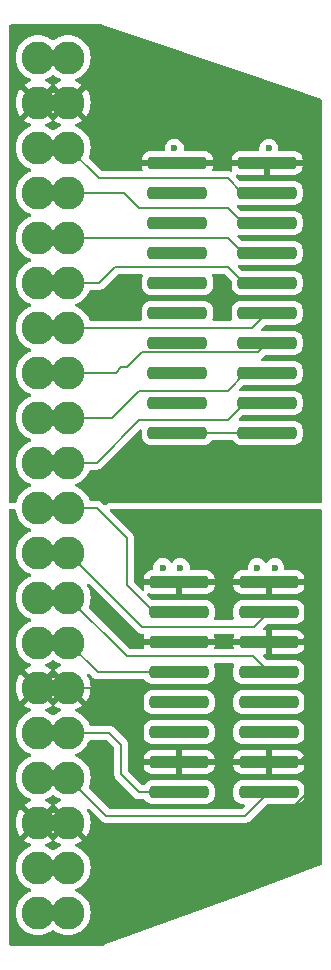
<source format=gbr>
%TF.GenerationSoftware,KiCad,Pcbnew,8.0.1*%
%TF.CreationDate,2024-04-03T13:15:38+02:00*%
%TF.ProjectId,AdapterFlatFlexMYDAQ,41646170-7465-4724-966c-6174466c6578,rev?*%
%TF.SameCoordinates,Original*%
%TF.FileFunction,Copper,L1,Top*%
%TF.FilePolarity,Positive*%
%FSLAX46Y46*%
G04 Gerber Fmt 4.6, Leading zero omitted, Abs format (unit mm)*
G04 Created by KiCad (PCBNEW 8.0.1) date 2024-04-03 13:15:38*
%MOMM*%
%LPD*%
G01*
G04 APERTURE LIST*
G04 Aperture macros list*
%AMRoundRect*
0 Rectangle with rounded corners*
0 $1 Rounding radius*
0 $2 $3 $4 $5 $6 $7 $8 $9 X,Y pos of 4 corners*
0 Add a 4 corners polygon primitive as box body*
4,1,4,$2,$3,$4,$5,$6,$7,$8,$9,$2,$3,0*
0 Add four circle primitives for the rounded corners*
1,1,$1+$1,$2,$3*
1,1,$1+$1,$4,$5*
1,1,$1+$1,$6,$7*
1,1,$1+$1,$8,$9*
0 Add four rect primitives between the rounded corners*
20,1,$1+$1,$2,$3,$4,$5,0*
20,1,$1+$1,$4,$5,$6,$7,0*
20,1,$1+$1,$6,$7,$8,$9,0*
20,1,$1+$1,$8,$9,$2,$3,0*%
G04 Aperture macros list end*
%TA.AperFunction,SMDPad,CuDef*%
%ADD10RoundRect,0.255000X2.245000X0.255000X-2.245000X0.255000X-2.245000X-0.255000X2.245000X-0.255000X0*%
%TD*%
%TA.AperFunction,ComponentPad*%
%ADD11C,2.800000*%
%TD*%
%TA.AperFunction,ViaPad*%
%ADD12C,0.600000*%
%TD*%
%TA.AperFunction,Conductor*%
%ADD13C,0.200000*%
%TD*%
G04 APERTURE END LIST*
D10*
%TO.P,J1,1,Pin_1*%
%TO.N,+5V*%
X107350000Y-70080000D03*
%TO.P,J1,2,Pin_2*%
X99750000Y-70080000D03*
%TO.P,J1,3,Pin_3*%
%TO.N,DIO0*%
X107350000Y-67540000D03*
%TO.P,J1,4,Pin_4*%
%TO.N,DIO8*%
X99750000Y-67540000D03*
%TO.P,J1,5,Pin_5*%
%TO.N,DIO1*%
X107350000Y-65000000D03*
%TO.P,J1,6,Pin_6*%
%TO.N,DIO9*%
X99750000Y-65000000D03*
%TO.P,J1,7,Pin_7*%
%TO.N,DIO2*%
X107350000Y-62460000D03*
%TO.P,J1,8,Pin_8*%
%TO.N,DIO10*%
X99750000Y-62460000D03*
%TO.P,J1,9,Pin_9*%
%TO.N,DIO3*%
X107350000Y-59920000D03*
%TO.P,J1,10,Pin_10*%
%TO.N,DIO11*%
X99750000Y-59920000D03*
%TO.P,J1,11,Pin_11*%
%TO.N,DIO4*%
X107350000Y-57380000D03*
%TO.P,J1,12,Pin_12*%
%TO.N,DIO12*%
X99750000Y-57380000D03*
%TO.P,J1,13,Pin_13*%
%TO.N,DIO5*%
X107350000Y-54840000D03*
%TO.P,J1,14,Pin_14*%
%TO.N,DIO13*%
X99750000Y-54840000D03*
%TO.P,J1,15,Pin_15*%
%TO.N,DIO6*%
X107350000Y-52300000D03*
%TO.P,J1,16,Pin_16*%
%TO.N,DIO14*%
X99750000Y-52300000D03*
%TO.P,J1,17,Pin_17*%
%TO.N,DIO7*%
X107350000Y-49760000D03*
%TO.P,J1,18,Pin_18*%
%TO.N,DIO15*%
X99750000Y-49760000D03*
%TO.P,J1,19,Pin_19*%
%TO.N,GNDD*%
X107350000Y-47220000D03*
%TO.P,J1,20,Pin_20*%
X99750000Y-47220000D03*
%TD*%
%TO.P,J2,1,Pin_1*%
%TO.N,AO0*%
X107500000Y-100500000D03*
%TO.P,J2,2,Pin_2*%
%TO.N,AO1*%
X99900000Y-100500000D03*
%TO.P,J2,3,Pin_3*%
%TO.N,GNDA*%
X107500000Y-97960000D03*
%TO.P,J2,4,Pin_4*%
X99900000Y-97960000D03*
%TO.P,J2,5,Pin_5*%
%TO.N,Res0*%
X107500000Y-95420000D03*
%TO.P,J2,6,Pin_6*%
%TO.N,Res2*%
X99900000Y-95420000D03*
%TO.P,J2,7,Pin_7*%
%TO.N,Res1*%
X107500000Y-92880000D03*
%TO.P,J2,8,Pin_8*%
%TO.N,Res3*%
X99900000Y-92880000D03*
%TO.P,J2,9,Pin_9*%
%TO.N,AI0-*%
X107500000Y-90340000D03*
%TO.P,J2,10,Pin_10*%
%TO.N,AI0+*%
X99900000Y-90340000D03*
%TO.P,J2,11,Pin_11*%
%TO.N,GNDA*%
X107500000Y-87800000D03*
%TO.P,J2,12,Pin_12*%
X99900000Y-87800000D03*
%TO.P,J2,13,Pin_13*%
%TO.N,AI1-*%
X107500000Y-85260000D03*
%TO.P,J2,14,Pin_14*%
%TO.N,AI1+*%
X99900000Y-85260000D03*
%TO.P,J2,15,Pin_15*%
%TO.N,GNDA*%
X107500000Y-82720000D03*
%TO.P,J2,16,Pin_16*%
X99900000Y-82720000D03*
%TD*%
D11*
%TO.P,J4,1,Pin_1*%
%TO.N,unconnected-(J4-Pin_1-Pad1)_0*%
X87960000Y-110695000D03*
%TO.N,unconnected-(J4-Pin_1-Pad1)*%
X90500000Y-110695000D03*
%TO.P,J4,2,Pin_2*%
%TO.N,unconnected-(J4-Pin_2-Pad2)_0*%
X87960000Y-106885000D03*
%TO.N,unconnected-(J4-Pin_2-Pad2)*%
X90500000Y-106885000D03*
%TO.P,J4,3,Pin_3*%
%TO.N,GNDA*%
X87960000Y-103075000D03*
X90500000Y-103075000D03*
%TO.P,J4,4,Pin_4*%
%TO.N,AO0*%
X87960000Y-99265000D03*
X90500000Y-99265000D03*
%TO.P,J4,5,Pin_5*%
%TO.N,AO1*%
X87960000Y-95455000D03*
X90500000Y-95455000D03*
%TO.P,J4,6,Pin_6*%
%TO.N,GNDA*%
X87960000Y-91645000D03*
X90500000Y-91645000D03*
%TO.P,J4,7,Pin_7*%
%TO.N,AI0+*%
X87960000Y-87835000D03*
X90500000Y-87835000D03*
%TO.P,J4,8,Pin_8*%
%TO.N,AI0-*%
X87960000Y-84025000D03*
X90500000Y-84025000D03*
%TO.P,J4,9,Pin_9*%
%TO.N,AI1-*%
X87960000Y-80215000D03*
X90500000Y-80215000D03*
%TO.P,J4,10,Pin_10*%
%TO.N,AI1+*%
X87960000Y-76405000D03*
X90500000Y-76405000D03*
%TO.P,J4,11,Pin_11*%
%TO.N,DIO0*%
X87960000Y-72595000D03*
X90500000Y-72595000D03*
%TO.P,J4,12,Pin_12*%
%TO.N,DIO1*%
X87960000Y-68785000D03*
X90500000Y-68785000D03*
%TO.P,J4,13,Pin_13*%
%TO.N,DIO2*%
X87960000Y-64975000D03*
X90500000Y-64975000D03*
%TO.P,J4,14,Pin_14*%
%TO.N,DIO3*%
X87960000Y-61165000D03*
X90500000Y-61165000D03*
%TO.P,J4,15,Pin_15*%
%TO.N,DIO4*%
X87960000Y-57355000D03*
X90500000Y-57355000D03*
%TO.P,J4,16,Pin_16*%
%TO.N,DIO5*%
X87960000Y-53545000D03*
X90500000Y-53545000D03*
%TO.P,J4,17,Pin_17*%
%TO.N,DIO6*%
X87960000Y-49735000D03*
X90500000Y-49735000D03*
%TO.P,J4,18,Pin_18*%
%TO.N,DIO7*%
X87960000Y-45925000D03*
X90500000Y-45925000D03*
%TO.P,J4,19,Pin_19*%
%TO.N,GNDD*%
X87960000Y-42115000D03*
X90500000Y-42115000D03*
%TO.P,J4,20,Pin_20*%
%TO.N,unconnected-(J4-Pin_20-Pad20)*%
X87960000Y-38305000D03*
%TO.N,unconnected-(J4-Pin_20-Pad20)_0*%
X90500000Y-38305000D03*
%TD*%
D12*
%TO.N,*%
X107500000Y-46000000D03*
X100000000Y-81500000D03*
X108000000Y-81500000D03*
X98500000Y-81500000D03*
X106500000Y-81500000D03*
X99500000Y-46000000D03*
%TD*%
D13*
%TO.N,DIO1*%
X104000000Y-66500000D02*
X105500000Y-65000000D01*
X96500000Y-66500000D02*
X104000000Y-66500000D01*
X90500000Y-68785000D02*
X94215000Y-68785000D01*
X94215000Y-68785000D02*
X96500000Y-66500000D01*
X87960000Y-68785000D02*
X90500000Y-68785000D01*
X105500000Y-65000000D02*
X107350000Y-65000000D01*
%TO.N,DIO4*%
X87960000Y-57355000D02*
X90500000Y-57355000D01*
X105380000Y-57380000D02*
X107350000Y-57380000D01*
X94500000Y-56000000D02*
X104000000Y-56000000D01*
X90500000Y-57355000D02*
X93145000Y-57355000D01*
X93145000Y-57355000D02*
X94500000Y-56000000D01*
X104000000Y-56000000D02*
X105380000Y-57380000D01*
%TO.N,DIO2*%
X96730000Y-63270000D02*
X106540000Y-63270000D01*
X95000000Y-64500000D02*
X95500000Y-64500000D01*
X94525000Y-64975000D02*
X95000000Y-64500000D01*
X87960000Y-64975000D02*
X94525000Y-64975000D01*
X95500000Y-64500000D02*
X96730000Y-63270000D01*
X106540000Y-63270000D02*
X107350000Y-62460000D01*
%TO.N,DIO7*%
X87960000Y-45925000D02*
X90500000Y-45925000D01*
X105260000Y-49760000D02*
X107350000Y-49760000D01*
X90500000Y-45925000D02*
X93075000Y-48500000D01*
X93075000Y-48500000D02*
X104000000Y-48500000D01*
X104000000Y-48500000D02*
X105260000Y-49760000D01*
%TO.N,DIO0*%
X105460000Y-67540000D02*
X107350000Y-67540000D01*
X96500000Y-69000000D02*
X104000000Y-69000000D01*
X87960000Y-72595000D02*
X90500000Y-72595000D01*
X92905000Y-72595000D02*
X96500000Y-69000000D01*
X104000000Y-69000000D02*
X105460000Y-67540000D01*
X90500000Y-72595000D02*
X92905000Y-72595000D01*
%TO.N,DIO6*%
X96500000Y-51000000D02*
X104000000Y-51000000D01*
X104000000Y-51000000D02*
X105300000Y-52300000D01*
X95235000Y-49735000D02*
X96500000Y-51000000D01*
X90500000Y-49735000D02*
X95235000Y-49735000D01*
X87960000Y-49735000D02*
X90500000Y-49735000D01*
X105300000Y-52300000D02*
X107350000Y-52300000D01*
%TO.N,DIO3*%
X106105000Y-61165000D02*
X107350000Y-59920000D01*
X87960000Y-61165000D02*
X106105000Y-61165000D01*
%TO.N,+5V*%
X99750000Y-70080000D02*
X107350000Y-70080000D01*
%TO.N,GNDD*%
X87960000Y-42115000D02*
X90615000Y-42115000D01*
X99750000Y-47220000D02*
X107350000Y-47220000D01*
X95720000Y-47220000D02*
X99750000Y-47220000D01*
X90615000Y-42115000D02*
X95720000Y-47220000D01*
%TO.N,DIO5*%
X87960000Y-53545000D02*
X90500000Y-53545000D01*
X104045000Y-53545000D02*
X105340000Y-54840000D01*
X105340000Y-54840000D02*
X107350000Y-54840000D01*
X90500000Y-53545000D02*
X104045000Y-53545000D01*
%TO.N,GNDA*%
X111500000Y-99791954D02*
X111500000Y-96000000D01*
X91925000Y-104500000D02*
X106791954Y-104500000D01*
X90500000Y-91645000D02*
X87960000Y-91645000D01*
X110855000Y-91645000D02*
X111500000Y-91000000D01*
X107500000Y-87800000D02*
X110200000Y-87800000D01*
X99900000Y-87800000D02*
X107500000Y-87800000D01*
X111500000Y-96500000D02*
X111500000Y-96000000D01*
X111500000Y-86500000D02*
X111500000Y-83500000D01*
X110200000Y-87800000D02*
X111500000Y-86500000D01*
X99900000Y-97960000D02*
X107500000Y-97960000D01*
X107500000Y-97960000D02*
X110040000Y-97960000D01*
X110720000Y-82720000D02*
X107500000Y-82720000D01*
X111500000Y-83500000D02*
X110720000Y-82720000D01*
X99900000Y-82720000D02*
X107500000Y-82720000D01*
X90500000Y-91645000D02*
X110855000Y-91645000D01*
X110040000Y-97960000D02*
X111500000Y-96500000D01*
X111500000Y-91000000D02*
X111500000Y-86500000D01*
X111500000Y-96000000D02*
X111500000Y-91000000D01*
X90500000Y-103075000D02*
X91925000Y-104500000D01*
X87960000Y-103075000D02*
X90500000Y-103075000D01*
X106791954Y-104500000D02*
X111500000Y-99791954D01*
%TO.N,AI1+*%
X90500000Y-76405000D02*
X92905000Y-76405000D01*
X87960000Y-76405000D02*
X90500000Y-76405000D01*
X92905000Y-76405000D02*
X95500000Y-79000000D01*
X97760000Y-85260000D02*
X99900000Y-85260000D01*
X95500000Y-83000000D02*
X97760000Y-85260000D01*
X95500000Y-79000000D02*
X95500000Y-83000000D01*
%TO.N,AI0-*%
X106160000Y-89000000D02*
X107500000Y-90340000D01*
X87960000Y-84025000D02*
X90500000Y-84025000D01*
X90500000Y-84025000D02*
X95475000Y-89000000D01*
X95475000Y-89000000D02*
X106160000Y-89000000D01*
%TO.N,AI0+*%
X90500000Y-87835000D02*
X93005000Y-90340000D01*
X87960000Y-87835000D02*
X90500000Y-87835000D01*
X93005000Y-90340000D02*
X99900000Y-90340000D01*
%TO.N,AO0*%
X105500000Y-102500000D02*
X107500000Y-100500000D01*
X90500000Y-99265000D02*
X93735000Y-102500000D01*
X93735000Y-102500000D02*
X105500000Y-102500000D01*
%TO.N,AO1*%
X95000000Y-96500000D02*
X95000000Y-99000000D01*
X93955000Y-95455000D02*
X95000000Y-96500000D01*
X99900000Y-100500000D02*
X96500000Y-100500000D01*
X90500000Y-95455000D02*
X93955000Y-95455000D01*
X95000000Y-99000000D02*
X96500000Y-100500000D01*
%TO.N,AI1-*%
X106260000Y-86500000D02*
X107500000Y-85260000D01*
X96785000Y-86500000D02*
X106260000Y-86500000D01*
X87960000Y-80215000D02*
X90500000Y-80215000D01*
X90500000Y-80215000D02*
X96785000Y-86500000D01*
%TD*%
%TA.AperFunction,Conductor*%
%TO.N,GNDA*%
G36*
X86013031Y-76519685D02*
G01*
X86058786Y-76572489D01*
X86069675Y-76615152D01*
X86072194Y-76650358D01*
X86074039Y-76676160D01*
X86074040Y-76676167D01*
X86081766Y-76711681D01*
X86131825Y-76941801D01*
X86162926Y-77025185D01*
X86226830Y-77196519D01*
X86357109Y-77435107D01*
X86357110Y-77435108D01*
X86357113Y-77435113D01*
X86520029Y-77652742D01*
X86520033Y-77652746D01*
X86520038Y-77652752D01*
X86712247Y-77844961D01*
X86712253Y-77844966D01*
X86712258Y-77844971D01*
X86929887Y-78007887D01*
X86929891Y-78007889D01*
X86929892Y-78007890D01*
X87168481Y-78138169D01*
X87168480Y-78138169D01*
X87168484Y-78138170D01*
X87168487Y-78138172D01*
X87317682Y-78193819D01*
X87373614Y-78235690D01*
X87398031Y-78301154D01*
X87383179Y-78369427D01*
X87333774Y-78418832D01*
X87317689Y-78426178D01*
X87238994Y-78455530D01*
X87168480Y-78481830D01*
X86929892Y-78612109D01*
X86929891Y-78612110D01*
X86712259Y-78775028D01*
X86712247Y-78775038D01*
X86520038Y-78967247D01*
X86520028Y-78967259D01*
X86357110Y-79184891D01*
X86357109Y-79184892D01*
X86226830Y-79423480D01*
X86179326Y-79550843D01*
X86131825Y-79678199D01*
X86131824Y-79678202D01*
X86131823Y-79678206D01*
X86074040Y-79943832D01*
X86074039Y-79943839D01*
X86054645Y-80214998D01*
X86054645Y-80215001D01*
X86074039Y-80486160D01*
X86074040Y-80486167D01*
X86119346Y-80694435D01*
X86131825Y-80751801D01*
X86140184Y-80774211D01*
X86226830Y-81006519D01*
X86357109Y-81245107D01*
X86357110Y-81245108D01*
X86357113Y-81245113D01*
X86520029Y-81462742D01*
X86520033Y-81462746D01*
X86520038Y-81462752D01*
X86712247Y-81654961D01*
X86712253Y-81654966D01*
X86712258Y-81654971D01*
X86929887Y-81817887D01*
X86929891Y-81817889D01*
X86929892Y-81817890D01*
X87168481Y-81948169D01*
X87168480Y-81948169D01*
X87168484Y-81948170D01*
X87168487Y-81948172D01*
X87317682Y-82003819D01*
X87373614Y-82045690D01*
X87398031Y-82111154D01*
X87383179Y-82179427D01*
X87333774Y-82228832D01*
X87317689Y-82236178D01*
X87238994Y-82265530D01*
X87168480Y-82291830D01*
X86929892Y-82422109D01*
X86929891Y-82422110D01*
X86712259Y-82585028D01*
X86712247Y-82585038D01*
X86520038Y-82777247D01*
X86520028Y-82777259D01*
X86357110Y-82994891D01*
X86357109Y-82994892D01*
X86226830Y-83233480D01*
X86179326Y-83360843D01*
X86131825Y-83488199D01*
X86131824Y-83488202D01*
X86131823Y-83488206D01*
X86074040Y-83753832D01*
X86074039Y-83753839D01*
X86054645Y-84024998D01*
X86054645Y-84025001D01*
X86074039Y-84296160D01*
X86074040Y-84296167D01*
X86131823Y-84561793D01*
X86131825Y-84561801D01*
X86208330Y-84766920D01*
X86226830Y-84816519D01*
X86357109Y-85055107D01*
X86357110Y-85055108D01*
X86357113Y-85055113D01*
X86520029Y-85272742D01*
X86520033Y-85272746D01*
X86520038Y-85272752D01*
X86712247Y-85464961D01*
X86712253Y-85464966D01*
X86712258Y-85464971D01*
X86929887Y-85627887D01*
X86929891Y-85627889D01*
X86929892Y-85627890D01*
X87168481Y-85758169D01*
X87168480Y-85758169D01*
X87168484Y-85758170D01*
X87168487Y-85758172D01*
X87317682Y-85813819D01*
X87373614Y-85855690D01*
X87398031Y-85921154D01*
X87383179Y-85989427D01*
X87333774Y-86038832D01*
X87317689Y-86046178D01*
X87238994Y-86075530D01*
X87168480Y-86101830D01*
X86929892Y-86232109D01*
X86929891Y-86232110D01*
X86712259Y-86395028D01*
X86712247Y-86395038D01*
X86520038Y-86587247D01*
X86520028Y-86587259D01*
X86357110Y-86804891D01*
X86357109Y-86804892D01*
X86226830Y-87043480D01*
X86204839Y-87102441D01*
X86131825Y-87298199D01*
X86131824Y-87298202D01*
X86131823Y-87298206D01*
X86074040Y-87563832D01*
X86074039Y-87563839D01*
X86054645Y-87834998D01*
X86054645Y-87835001D01*
X86074039Y-88106160D01*
X86074040Y-88106167D01*
X86131823Y-88371793D01*
X86131825Y-88371801D01*
X86157420Y-88440423D01*
X86226830Y-88626519D01*
X86357109Y-88865107D01*
X86357110Y-88865108D01*
X86357113Y-88865113D01*
X86520029Y-89082742D01*
X86520033Y-89082746D01*
X86520038Y-89082752D01*
X86712247Y-89274961D01*
X86712253Y-89274966D01*
X86712258Y-89274971D01*
X86929887Y-89437887D01*
X86929891Y-89437889D01*
X86929892Y-89437890D01*
X87168481Y-89568169D01*
X87168485Y-89568171D01*
X87168487Y-89568172D01*
X87318398Y-89624086D01*
X87374331Y-89665956D01*
X87398748Y-89731421D01*
X87383896Y-89799694D01*
X87334491Y-89849099D01*
X87318398Y-89856449D01*
X87168689Y-89912287D01*
X86930164Y-90042532D01*
X86930156Y-90042537D01*
X86804875Y-90136321D01*
X86804874Y-90136322D01*
X87674242Y-91005690D01*
X87628426Y-91024668D01*
X87513776Y-91101274D01*
X87416274Y-91198776D01*
X87339668Y-91313426D01*
X87320690Y-91359242D01*
X86451322Y-90489874D01*
X86451321Y-90489875D01*
X86357537Y-90615156D01*
X86357532Y-90615164D01*
X86227287Y-90853689D01*
X86227285Y-90853693D01*
X86132305Y-91108345D01*
X86074537Y-91373902D01*
X86074536Y-91373909D01*
X86055147Y-91644998D01*
X86055147Y-91645001D01*
X86074536Y-91916090D01*
X86074537Y-91916097D01*
X86132305Y-92181654D01*
X86227285Y-92436306D01*
X86227287Y-92436310D01*
X86357532Y-92674835D01*
X86357537Y-92674843D01*
X86451321Y-92800123D01*
X86451322Y-92800124D01*
X87320690Y-91930756D01*
X87339668Y-91976574D01*
X87416274Y-92091224D01*
X87513776Y-92188726D01*
X87628426Y-92265332D01*
X87674242Y-92284309D01*
X86804874Y-93153676D01*
X86930163Y-93247466D01*
X86930164Y-93247467D01*
X87168689Y-93377712D01*
X87168693Y-93377714D01*
X87318397Y-93433550D01*
X87374331Y-93475421D01*
X87398748Y-93540885D01*
X87383896Y-93609158D01*
X87334491Y-93658564D01*
X87318398Y-93665914D01*
X87168481Y-93721830D01*
X86929892Y-93852109D01*
X86929891Y-93852110D01*
X86712259Y-94015028D01*
X86712247Y-94015038D01*
X86520038Y-94207247D01*
X86520028Y-94207259D01*
X86357110Y-94424891D01*
X86357109Y-94424892D01*
X86226830Y-94663480D01*
X86182621Y-94782011D01*
X86131825Y-94918199D01*
X86131824Y-94918202D01*
X86131823Y-94918206D01*
X86074040Y-95183832D01*
X86074039Y-95183839D01*
X86054645Y-95454998D01*
X86054645Y-95455001D01*
X86074039Y-95726160D01*
X86074040Y-95726167D01*
X86096370Y-95828815D01*
X86131825Y-95991801D01*
X86185671Y-96136166D01*
X86226830Y-96246519D01*
X86357109Y-96485107D01*
X86357110Y-96485108D01*
X86357113Y-96485113D01*
X86520029Y-96702742D01*
X86520033Y-96702746D01*
X86520038Y-96702752D01*
X86712247Y-96894961D01*
X86712253Y-96894966D01*
X86712258Y-96894971D01*
X86929887Y-97057887D01*
X86929891Y-97057889D01*
X86929892Y-97057890D01*
X87168481Y-97188169D01*
X87168480Y-97188169D01*
X87168484Y-97188170D01*
X87168487Y-97188172D01*
X87317682Y-97243819D01*
X87373614Y-97285690D01*
X87398031Y-97351154D01*
X87383179Y-97419427D01*
X87333774Y-97468832D01*
X87317689Y-97476178D01*
X87238994Y-97505530D01*
X87168480Y-97531830D01*
X86929892Y-97662109D01*
X86929891Y-97662110D01*
X86712259Y-97825028D01*
X86712247Y-97825038D01*
X86520038Y-98017247D01*
X86520028Y-98017259D01*
X86357110Y-98234891D01*
X86357109Y-98234892D01*
X86226830Y-98473480D01*
X86203420Y-98536246D01*
X86131825Y-98728199D01*
X86131824Y-98728202D01*
X86131823Y-98728206D01*
X86074040Y-98993832D01*
X86074039Y-98993839D01*
X86054645Y-99264998D01*
X86054645Y-99265000D01*
X86074039Y-99536160D01*
X86074040Y-99536167D01*
X86131823Y-99801793D01*
X86131825Y-99801801D01*
X86208330Y-100006920D01*
X86226830Y-100056519D01*
X86357109Y-100295107D01*
X86357110Y-100295108D01*
X86357113Y-100295113D01*
X86520029Y-100512742D01*
X86520033Y-100512746D01*
X86520038Y-100512752D01*
X86712247Y-100704961D01*
X86712253Y-100704966D01*
X86712258Y-100704971D01*
X86929887Y-100867887D01*
X86929891Y-100867889D01*
X86929892Y-100867890D01*
X87168481Y-100998169D01*
X87168485Y-100998171D01*
X87168487Y-100998172D01*
X87318398Y-101054086D01*
X87374331Y-101095956D01*
X87398748Y-101161421D01*
X87383896Y-101229694D01*
X87334491Y-101279099D01*
X87318398Y-101286449D01*
X87168689Y-101342287D01*
X86930164Y-101472532D01*
X86930156Y-101472537D01*
X86804875Y-101566321D01*
X86804874Y-101566322D01*
X87674242Y-102435690D01*
X87628426Y-102454668D01*
X87513776Y-102531274D01*
X87416274Y-102628776D01*
X87339668Y-102743426D01*
X87320690Y-102789242D01*
X86451322Y-101919874D01*
X86451321Y-101919875D01*
X86357537Y-102045156D01*
X86357532Y-102045164D01*
X86227287Y-102283689D01*
X86227285Y-102283693D01*
X86132305Y-102538345D01*
X86074537Y-102803902D01*
X86074536Y-102803909D01*
X86055147Y-103074998D01*
X86055147Y-103075001D01*
X86074536Y-103346090D01*
X86074537Y-103346097D01*
X86132305Y-103611654D01*
X86227285Y-103866306D01*
X86227287Y-103866310D01*
X86357532Y-104104835D01*
X86357537Y-104104843D01*
X86451321Y-104230123D01*
X86451322Y-104230124D01*
X87320690Y-103360756D01*
X87339668Y-103406574D01*
X87416274Y-103521224D01*
X87513776Y-103618726D01*
X87628426Y-103695332D01*
X87674242Y-103714309D01*
X86804874Y-104583676D01*
X86930163Y-104677466D01*
X86930164Y-104677467D01*
X87168689Y-104807712D01*
X87168693Y-104807714D01*
X87318397Y-104863550D01*
X87374331Y-104905421D01*
X87398748Y-104970885D01*
X87383896Y-105039158D01*
X87334491Y-105088564D01*
X87318398Y-105095914D01*
X87168481Y-105151830D01*
X86929892Y-105282109D01*
X86929891Y-105282110D01*
X86712259Y-105445028D01*
X86712247Y-105445038D01*
X86520038Y-105637247D01*
X86520028Y-105637259D01*
X86357110Y-105854891D01*
X86357109Y-105854892D01*
X86226830Y-106093480D01*
X86179326Y-106220843D01*
X86131825Y-106348199D01*
X86131824Y-106348202D01*
X86131823Y-106348206D01*
X86074040Y-106613832D01*
X86074039Y-106613839D01*
X86054645Y-106884998D01*
X86054645Y-106885001D01*
X86074039Y-107156160D01*
X86074040Y-107156167D01*
X86127191Y-107400500D01*
X86131825Y-107421801D01*
X86148457Y-107466392D01*
X86226830Y-107676519D01*
X86357109Y-107915107D01*
X86357110Y-107915108D01*
X86357113Y-107915113D01*
X86520029Y-108132742D01*
X86520033Y-108132746D01*
X86520038Y-108132752D01*
X86712247Y-108324961D01*
X86712253Y-108324966D01*
X86712258Y-108324971D01*
X86929887Y-108487887D01*
X86929891Y-108487889D01*
X86929892Y-108487890D01*
X87168481Y-108618169D01*
X87168480Y-108618169D01*
X87168484Y-108618170D01*
X87168487Y-108618172D01*
X87317682Y-108673819D01*
X87373614Y-108715690D01*
X87398031Y-108781154D01*
X87383179Y-108849427D01*
X87333774Y-108898832D01*
X87317689Y-108906178D01*
X87238994Y-108935530D01*
X87168480Y-108961830D01*
X86929892Y-109092109D01*
X86929891Y-109092110D01*
X86712259Y-109255028D01*
X86712247Y-109255038D01*
X86520038Y-109447247D01*
X86520028Y-109447259D01*
X86357110Y-109664891D01*
X86357109Y-109664892D01*
X86226830Y-109903480D01*
X86179326Y-110030843D01*
X86131825Y-110158199D01*
X86131824Y-110158202D01*
X86131823Y-110158206D01*
X86074040Y-110423832D01*
X86074039Y-110423839D01*
X86054645Y-110694998D01*
X86054645Y-110695001D01*
X86074039Y-110966160D01*
X86074040Y-110966167D01*
X86131823Y-111231793D01*
X86131825Y-111231801D01*
X86208330Y-111436920D01*
X86226830Y-111486519D01*
X86357109Y-111725107D01*
X86357110Y-111725108D01*
X86357113Y-111725113D01*
X86520029Y-111942742D01*
X86520033Y-111942746D01*
X86520038Y-111942752D01*
X86712247Y-112134961D01*
X86712253Y-112134966D01*
X86712258Y-112134971D01*
X86929887Y-112297887D01*
X86929891Y-112297889D01*
X86929892Y-112297890D01*
X87168481Y-112428169D01*
X87168480Y-112428169D01*
X87168484Y-112428170D01*
X87168487Y-112428172D01*
X87423199Y-112523175D01*
X87688840Y-112580961D01*
X87940605Y-112598967D01*
X87959999Y-112600355D01*
X87960000Y-112600355D01*
X87960001Y-112600355D01*
X87978100Y-112599060D01*
X88231160Y-112580961D01*
X88496801Y-112523175D01*
X88751513Y-112428172D01*
X88751517Y-112428169D01*
X88751519Y-112428169D01*
X88870813Y-112363029D01*
X88990113Y-112297887D01*
X89155690Y-112173936D01*
X89221154Y-112149520D01*
X89289427Y-112164372D01*
X89304305Y-112173933D01*
X89469887Y-112297887D01*
X89469891Y-112297889D01*
X89469892Y-112297890D01*
X89708481Y-112428169D01*
X89708480Y-112428169D01*
X89708484Y-112428170D01*
X89708487Y-112428172D01*
X89963199Y-112523175D01*
X90228840Y-112580961D01*
X90480605Y-112598967D01*
X90499999Y-112600355D01*
X90500000Y-112600355D01*
X90500001Y-112600355D01*
X90518100Y-112599060D01*
X90771160Y-112580961D01*
X91036801Y-112523175D01*
X91291513Y-112428172D01*
X91291517Y-112428169D01*
X91291519Y-112428169D01*
X91410813Y-112363029D01*
X91530113Y-112297887D01*
X91747742Y-112134971D01*
X91939971Y-111942742D01*
X92102887Y-111725113D01*
X92233172Y-111486513D01*
X92328175Y-111231801D01*
X92385961Y-110966160D01*
X92405355Y-110695000D01*
X92385961Y-110423840D01*
X92328175Y-110158199D01*
X92233172Y-109903487D01*
X92233170Y-109903484D01*
X92233169Y-109903480D01*
X92102890Y-109664892D01*
X92102889Y-109664891D01*
X92102887Y-109664887D01*
X91939971Y-109447258D01*
X91939966Y-109447253D01*
X91939961Y-109447247D01*
X91747752Y-109255038D01*
X91747746Y-109255033D01*
X91747742Y-109255029D01*
X91530113Y-109092113D01*
X91530108Y-109092110D01*
X91530107Y-109092109D01*
X91291518Y-108961830D01*
X91291514Y-108961828D01*
X91238750Y-108942148D01*
X91142317Y-108906180D01*
X91086385Y-108864311D01*
X91061968Y-108798846D01*
X91076820Y-108730573D01*
X91126225Y-108681168D01*
X91142310Y-108673821D01*
X91291513Y-108618172D01*
X91530113Y-108487887D01*
X91747742Y-108324971D01*
X91939971Y-108132742D01*
X92102887Y-107915113D01*
X92233172Y-107676513D01*
X92328175Y-107421801D01*
X92385961Y-107156160D01*
X92405355Y-106885000D01*
X92385961Y-106613840D01*
X92328175Y-106348199D01*
X92233172Y-106093487D01*
X92233170Y-106093484D01*
X92233169Y-106093480D01*
X92102890Y-105854892D01*
X92102889Y-105854891D01*
X92102887Y-105854887D01*
X91939971Y-105637258D01*
X91939966Y-105637253D01*
X91939961Y-105637247D01*
X91747752Y-105445038D01*
X91747746Y-105445033D01*
X91747742Y-105445029D01*
X91530113Y-105282113D01*
X91530108Y-105282110D01*
X91530107Y-105282109D01*
X91291518Y-105151830D01*
X91291519Y-105151830D01*
X91242030Y-105133372D01*
X91141599Y-105095913D01*
X91085668Y-105054042D01*
X91061251Y-104988578D01*
X91076103Y-104920305D01*
X91125508Y-104870900D01*
X91141602Y-104863550D01*
X91291307Y-104807714D01*
X91291310Y-104807712D01*
X91529844Y-104677462D01*
X91655123Y-104583677D01*
X91655124Y-104583676D01*
X90785757Y-103714309D01*
X90831574Y-103695332D01*
X90946224Y-103618726D01*
X91043726Y-103521224D01*
X91120332Y-103406574D01*
X91139309Y-103360757D01*
X92008676Y-104230124D01*
X92008677Y-104230123D01*
X92102462Y-104104844D01*
X92232712Y-103866310D01*
X92232714Y-103866306D01*
X92327694Y-103611654D01*
X92385462Y-103346097D01*
X92385463Y-103346090D01*
X92404853Y-103075001D01*
X92404853Y-103074998D01*
X92385463Y-102803909D01*
X92385462Y-102803902D01*
X92327694Y-102538345D01*
X92232714Y-102283693D01*
X92232712Y-102283689D01*
X92120701Y-102078557D01*
X92105849Y-102010284D01*
X92130266Y-101944820D01*
X92186199Y-101902948D01*
X92255891Y-101897964D01*
X92317214Y-101931449D01*
X93250139Y-102864374D01*
X93250149Y-102864385D01*
X93254479Y-102868715D01*
X93254480Y-102868716D01*
X93366284Y-102980520D01*
X93410515Y-103006056D01*
X93453095Y-103030639D01*
X93453097Y-103030641D01*
X93491151Y-103052611D01*
X93503215Y-103059577D01*
X93655943Y-103100501D01*
X93655946Y-103100501D01*
X93821653Y-103100501D01*
X93821669Y-103100500D01*
X105413331Y-103100500D01*
X105413347Y-103100501D01*
X105420943Y-103100501D01*
X105579054Y-103100501D01*
X105579057Y-103100501D01*
X105731785Y-103059577D01*
X105781904Y-103030639D01*
X105868716Y-102980520D01*
X105980520Y-102868716D01*
X105980520Y-102868714D01*
X105990728Y-102858507D01*
X105990729Y-102858504D01*
X107302416Y-101546819D01*
X107363739Y-101513334D01*
X107390097Y-101510500D01*
X109795337Y-101510500D01*
X109795342Y-101510500D01*
X109898815Y-101499929D01*
X110066462Y-101444377D01*
X110216778Y-101351660D01*
X110341660Y-101226778D01*
X110434377Y-101076462D01*
X110489929Y-100908815D01*
X110500500Y-100805342D01*
X110500500Y-100194658D01*
X110489929Y-100091185D01*
X110434377Y-99923538D01*
X110434373Y-99923532D01*
X110434372Y-99923529D01*
X110341662Y-99773225D01*
X110341659Y-99773221D01*
X110216778Y-99648340D01*
X110216774Y-99648337D01*
X110066470Y-99555627D01*
X110066464Y-99555624D01*
X110066462Y-99555623D01*
X110007726Y-99536160D01*
X109898816Y-99500071D01*
X109795349Y-99489500D01*
X109795342Y-99489500D01*
X105204658Y-99489500D01*
X105204650Y-99489500D01*
X105101183Y-99500071D01*
X104933540Y-99555622D01*
X104933529Y-99555627D01*
X104783225Y-99648337D01*
X104783221Y-99648340D01*
X104658340Y-99773221D01*
X104658337Y-99773225D01*
X104565627Y-99923529D01*
X104565622Y-99923540D01*
X104510071Y-100091183D01*
X104499500Y-100194650D01*
X104499500Y-100805349D01*
X104510071Y-100908816D01*
X104565622Y-101076459D01*
X104565627Y-101076470D01*
X104658337Y-101226774D01*
X104658340Y-101226778D01*
X104783221Y-101351659D01*
X104783225Y-101351662D01*
X104933529Y-101444372D01*
X104933532Y-101444373D01*
X104933538Y-101444377D01*
X105101185Y-101499929D01*
X105204658Y-101510500D01*
X105340903Y-101510500D01*
X105407942Y-101530185D01*
X105453697Y-101582989D01*
X105463641Y-101652147D01*
X105434616Y-101715703D01*
X105428584Y-101722181D01*
X105287584Y-101863181D01*
X105226261Y-101896666D01*
X105199903Y-101899500D01*
X94035097Y-101899500D01*
X93968058Y-101879815D01*
X93947416Y-101863181D01*
X92264413Y-100180178D01*
X92230928Y-100118855D01*
X92235911Y-100049167D01*
X92328175Y-99801801D01*
X92385961Y-99536160D01*
X92405355Y-99265000D01*
X92385961Y-98993840D01*
X92328175Y-98728199D01*
X92233172Y-98473487D01*
X92233170Y-98473484D01*
X92233169Y-98473480D01*
X92102890Y-98234892D01*
X92102889Y-98234891D01*
X92102887Y-98234887D01*
X91939971Y-98017258D01*
X91939966Y-98017253D01*
X91939961Y-98017247D01*
X91747752Y-97825038D01*
X91747746Y-97825033D01*
X91747742Y-97825029D01*
X91530113Y-97662113D01*
X91530108Y-97662110D01*
X91530107Y-97662109D01*
X91291518Y-97531830D01*
X91291514Y-97531828D01*
X91238750Y-97512148D01*
X91142317Y-97476180D01*
X91086385Y-97434311D01*
X91061968Y-97368846D01*
X91076820Y-97300573D01*
X91126225Y-97251168D01*
X91142310Y-97243821D01*
X91291513Y-97188172D01*
X91530113Y-97057887D01*
X91747742Y-96894971D01*
X91939971Y-96702742D01*
X92102887Y-96485113D01*
X92219441Y-96271660D01*
X92233169Y-96246519D01*
X92233169Y-96246517D01*
X92233172Y-96246513D01*
X92274329Y-96136165D01*
X92316201Y-96080233D01*
X92381665Y-96055816D01*
X92390511Y-96055500D01*
X93654903Y-96055500D01*
X93721942Y-96075185D01*
X93742584Y-96091819D01*
X94363181Y-96712416D01*
X94396666Y-96773739D01*
X94399500Y-96800097D01*
X94399500Y-98913330D01*
X94399499Y-98913348D01*
X94399499Y-99079054D01*
X94399498Y-99079054D01*
X94440423Y-99231785D01*
X94459599Y-99264999D01*
X94459601Y-99265001D01*
X94519479Y-99368714D01*
X94519481Y-99368717D01*
X94638349Y-99487585D01*
X94638355Y-99487590D01*
X96015139Y-100864374D01*
X96015149Y-100864385D01*
X96019479Y-100868715D01*
X96019480Y-100868716D01*
X96131284Y-100980520D01*
X96131286Y-100980521D01*
X96131290Y-100980524D01*
X96161858Y-100998172D01*
X96268216Y-101059577D01*
X96380019Y-101089534D01*
X96420942Y-101100500D01*
X96420943Y-101100500D01*
X96911244Y-101100500D01*
X96978283Y-101120185D01*
X97016782Y-101159403D01*
X97058337Y-101226774D01*
X97058340Y-101226778D01*
X97183221Y-101351659D01*
X97183225Y-101351662D01*
X97333529Y-101444372D01*
X97333532Y-101444373D01*
X97333538Y-101444377D01*
X97501185Y-101499929D01*
X97604658Y-101510500D01*
X97604663Y-101510500D01*
X102195337Y-101510500D01*
X102195342Y-101510500D01*
X102298815Y-101499929D01*
X102466462Y-101444377D01*
X102616778Y-101351660D01*
X102741660Y-101226778D01*
X102834377Y-101076462D01*
X102889929Y-100908815D01*
X102900500Y-100805342D01*
X102900500Y-100194658D01*
X102889929Y-100091185D01*
X102834377Y-99923538D01*
X102834373Y-99923532D01*
X102834372Y-99923529D01*
X102741662Y-99773225D01*
X102741659Y-99773221D01*
X102616778Y-99648340D01*
X102616774Y-99648337D01*
X102466470Y-99555627D01*
X102466464Y-99555624D01*
X102466462Y-99555623D01*
X102407726Y-99536160D01*
X102298816Y-99500071D01*
X102195349Y-99489500D01*
X102195342Y-99489500D01*
X97604658Y-99489500D01*
X97604650Y-99489500D01*
X97501183Y-99500071D01*
X97333540Y-99555622D01*
X97333529Y-99555627D01*
X97183225Y-99648337D01*
X97183221Y-99648340D01*
X97058340Y-99773221D01*
X97058337Y-99773225D01*
X97016782Y-99840597D01*
X96964835Y-99887322D01*
X96911244Y-99899500D01*
X96800097Y-99899500D01*
X96733058Y-99879815D01*
X96712416Y-99863181D01*
X95636819Y-98787584D01*
X95603334Y-98726261D01*
X95600500Y-98699903D01*
X95600500Y-98210000D01*
X96900001Y-98210000D01*
X96900001Y-98265318D01*
X96910564Y-98368715D01*
X96966078Y-98536246D01*
X96966080Y-98536251D01*
X97058735Y-98686467D01*
X97183532Y-98811264D01*
X97333748Y-98903919D01*
X97333753Y-98903921D01*
X97501284Y-98959435D01*
X97604687Y-98969999D01*
X99649999Y-98969999D01*
X99650000Y-98969998D01*
X99650000Y-98210000D01*
X100150000Y-98210000D01*
X100150000Y-98969999D01*
X102195304Y-98969999D01*
X102195318Y-98969998D01*
X102298715Y-98959435D01*
X102466246Y-98903921D01*
X102466251Y-98903919D01*
X102616467Y-98811264D01*
X102741264Y-98686467D01*
X102833919Y-98536251D01*
X102833921Y-98536246D01*
X102889435Y-98368715D01*
X102899999Y-98265318D01*
X102900000Y-98265305D01*
X102900000Y-98210000D01*
X104500001Y-98210000D01*
X104500001Y-98265318D01*
X104510564Y-98368715D01*
X104566078Y-98536246D01*
X104566080Y-98536251D01*
X104658735Y-98686467D01*
X104783532Y-98811264D01*
X104933748Y-98903919D01*
X104933753Y-98903921D01*
X105101284Y-98959435D01*
X105204687Y-98969999D01*
X107249999Y-98969999D01*
X107250000Y-98969998D01*
X107250000Y-98210000D01*
X107750000Y-98210000D01*
X107750000Y-98969999D01*
X109795304Y-98969999D01*
X109795318Y-98969998D01*
X109898715Y-98959435D01*
X110066246Y-98903921D01*
X110066251Y-98903919D01*
X110216467Y-98811264D01*
X110341264Y-98686467D01*
X110433919Y-98536251D01*
X110433921Y-98536246D01*
X110489435Y-98368715D01*
X110499999Y-98265318D01*
X110500000Y-98265305D01*
X110500000Y-98210000D01*
X107750000Y-98210000D01*
X107250000Y-98210000D01*
X104500001Y-98210000D01*
X102900000Y-98210000D01*
X100150000Y-98210000D01*
X99650000Y-98210000D01*
X96900001Y-98210000D01*
X95600500Y-98210000D01*
X95600500Y-97710000D01*
X96900000Y-97710000D01*
X99650000Y-97710000D01*
X99650000Y-96950000D01*
X100150000Y-96950000D01*
X100150000Y-97710000D01*
X102899999Y-97710000D01*
X104500000Y-97710000D01*
X107250000Y-97710000D01*
X107250000Y-96950000D01*
X107750000Y-96950000D01*
X107750000Y-97710000D01*
X110499999Y-97710000D01*
X110499999Y-97654696D01*
X110499998Y-97654681D01*
X110489435Y-97551284D01*
X110433921Y-97383753D01*
X110433919Y-97383748D01*
X110341264Y-97233532D01*
X110216467Y-97108735D01*
X110066251Y-97016080D01*
X110066246Y-97016078D01*
X109898715Y-96960564D01*
X109795318Y-96950000D01*
X107750000Y-96950000D01*
X107250000Y-96950000D01*
X105204696Y-96950000D01*
X105204680Y-96950001D01*
X105101284Y-96960564D01*
X104933753Y-97016078D01*
X104933748Y-97016080D01*
X104783532Y-97108735D01*
X104658735Y-97233532D01*
X104566080Y-97383748D01*
X104566078Y-97383753D01*
X104510564Y-97551284D01*
X104500000Y-97654681D01*
X104500000Y-97710000D01*
X102899999Y-97710000D01*
X102899999Y-97654696D01*
X102899998Y-97654681D01*
X102889435Y-97551284D01*
X102833921Y-97383753D01*
X102833919Y-97383748D01*
X102741264Y-97233532D01*
X102616467Y-97108735D01*
X102466251Y-97016080D01*
X102466246Y-97016078D01*
X102298715Y-96960564D01*
X102195318Y-96950000D01*
X100150000Y-96950000D01*
X99650000Y-96950000D01*
X97604696Y-96950000D01*
X97604680Y-96950001D01*
X97501284Y-96960564D01*
X97333753Y-97016078D01*
X97333748Y-97016080D01*
X97183532Y-97108735D01*
X97058735Y-97233532D01*
X96966080Y-97383748D01*
X96966078Y-97383753D01*
X96910564Y-97551284D01*
X96900000Y-97654681D01*
X96900000Y-97710000D01*
X95600500Y-97710000D01*
X95600500Y-96420945D01*
X95600500Y-96420943D01*
X95568224Y-96300490D01*
X95559577Y-96268215D01*
X95547047Y-96246513D01*
X95489465Y-96146778D01*
X95489464Y-96146775D01*
X95480522Y-96131286D01*
X95480518Y-96131281D01*
X95364397Y-96015160D01*
X95364374Y-96015139D01*
X95074584Y-95725349D01*
X96899500Y-95725349D01*
X96910071Y-95828816D01*
X96965622Y-95996459D01*
X96965627Y-95996470D01*
X97058337Y-96146774D01*
X97058340Y-96146778D01*
X97183221Y-96271659D01*
X97183225Y-96271662D01*
X97333529Y-96364372D01*
X97333532Y-96364373D01*
X97333538Y-96364377D01*
X97501185Y-96419929D01*
X97604658Y-96430500D01*
X97604663Y-96430500D01*
X102195337Y-96430500D01*
X102195342Y-96430500D01*
X102298815Y-96419929D01*
X102466462Y-96364377D01*
X102616778Y-96271660D01*
X102741660Y-96146778D01*
X102834377Y-95996462D01*
X102889929Y-95828815D01*
X102900499Y-95725349D01*
X104499500Y-95725349D01*
X104510071Y-95828816D01*
X104565622Y-95996459D01*
X104565627Y-95996470D01*
X104658337Y-96146774D01*
X104658340Y-96146778D01*
X104783221Y-96271659D01*
X104783225Y-96271662D01*
X104933529Y-96364372D01*
X104933532Y-96364373D01*
X104933538Y-96364377D01*
X105101185Y-96419929D01*
X105204658Y-96430500D01*
X105204663Y-96430500D01*
X109795337Y-96430500D01*
X109795342Y-96430500D01*
X109898815Y-96419929D01*
X110066462Y-96364377D01*
X110216778Y-96271660D01*
X110341660Y-96146778D01*
X110434377Y-95996462D01*
X110489929Y-95828815D01*
X110500500Y-95725342D01*
X110500500Y-95114658D01*
X110489929Y-95011185D01*
X110434377Y-94843538D01*
X110434373Y-94843532D01*
X110434372Y-94843529D01*
X110341662Y-94693225D01*
X110341659Y-94693221D01*
X110216778Y-94568340D01*
X110216774Y-94568337D01*
X110066470Y-94475627D01*
X110066464Y-94475624D01*
X110066462Y-94475623D01*
X110066459Y-94475622D01*
X109898816Y-94420071D01*
X109795349Y-94409500D01*
X109795342Y-94409500D01*
X105204658Y-94409500D01*
X105204650Y-94409500D01*
X105101183Y-94420071D01*
X104933540Y-94475622D01*
X104933529Y-94475627D01*
X104783225Y-94568337D01*
X104783221Y-94568340D01*
X104658340Y-94693221D01*
X104658337Y-94693225D01*
X104565627Y-94843529D01*
X104565622Y-94843540D01*
X104510071Y-95011183D01*
X104499500Y-95114650D01*
X104499500Y-95725349D01*
X102900499Y-95725349D01*
X102900500Y-95725342D01*
X102900500Y-95114658D01*
X102889929Y-95011185D01*
X102834377Y-94843538D01*
X102834373Y-94843532D01*
X102834372Y-94843529D01*
X102741662Y-94693225D01*
X102741659Y-94693221D01*
X102616778Y-94568340D01*
X102616774Y-94568337D01*
X102466470Y-94475627D01*
X102466464Y-94475624D01*
X102466462Y-94475623D01*
X102466459Y-94475622D01*
X102298816Y-94420071D01*
X102195349Y-94409500D01*
X102195342Y-94409500D01*
X97604658Y-94409500D01*
X97604650Y-94409500D01*
X97501183Y-94420071D01*
X97333540Y-94475622D01*
X97333529Y-94475627D01*
X97183225Y-94568337D01*
X97183221Y-94568340D01*
X97058340Y-94693221D01*
X97058337Y-94693225D01*
X96965627Y-94843529D01*
X96965622Y-94843540D01*
X96910071Y-95011183D01*
X96899500Y-95114650D01*
X96899500Y-95725349D01*
X95074584Y-95725349D01*
X94442590Y-95093355D01*
X94442588Y-95093352D01*
X94323717Y-94974481D01*
X94323709Y-94974475D01*
X94226235Y-94918199D01*
X94226233Y-94918198D01*
X94186790Y-94895425D01*
X94186789Y-94895424D01*
X94174263Y-94892067D01*
X94034057Y-94854499D01*
X93875943Y-94854499D01*
X93868347Y-94854499D01*
X93868331Y-94854500D01*
X92390511Y-94854500D01*
X92323472Y-94834815D01*
X92277717Y-94782011D01*
X92274329Y-94773834D01*
X92233172Y-94663487D01*
X92233170Y-94663484D01*
X92233169Y-94663480D01*
X92102890Y-94424892D01*
X92102889Y-94424891D01*
X92102887Y-94424887D01*
X91939971Y-94207258D01*
X91939966Y-94207253D01*
X91939961Y-94207247D01*
X91747752Y-94015038D01*
X91747746Y-94015033D01*
X91747742Y-94015029D01*
X91530113Y-93852113D01*
X91530108Y-93852110D01*
X91530107Y-93852109D01*
X91291518Y-93721830D01*
X91291519Y-93721830D01*
X91242030Y-93703372D01*
X91141599Y-93665913D01*
X91085668Y-93624042D01*
X91061251Y-93558578D01*
X91076103Y-93490305D01*
X91125508Y-93440900D01*
X91141602Y-93433550D01*
X91291307Y-93377714D01*
X91291310Y-93377712D01*
X91529844Y-93247462D01*
X91612815Y-93185349D01*
X96899500Y-93185349D01*
X96910071Y-93288816D01*
X96965622Y-93456459D01*
X96965627Y-93456470D01*
X97058337Y-93606774D01*
X97058340Y-93606778D01*
X97183221Y-93731659D01*
X97183225Y-93731662D01*
X97333529Y-93824372D01*
X97333532Y-93824373D01*
X97333538Y-93824377D01*
X97501185Y-93879929D01*
X97604658Y-93890500D01*
X97604663Y-93890500D01*
X102195337Y-93890500D01*
X102195342Y-93890500D01*
X102298815Y-93879929D01*
X102466462Y-93824377D01*
X102616778Y-93731660D01*
X102741660Y-93606778D01*
X102834377Y-93456462D01*
X102889929Y-93288815D01*
X102900499Y-93185349D01*
X104499500Y-93185349D01*
X104510071Y-93288816D01*
X104565622Y-93456459D01*
X104565627Y-93456470D01*
X104658337Y-93606774D01*
X104658340Y-93606778D01*
X104783221Y-93731659D01*
X104783225Y-93731662D01*
X104933529Y-93824372D01*
X104933532Y-93824373D01*
X104933538Y-93824377D01*
X105101185Y-93879929D01*
X105204658Y-93890500D01*
X105204663Y-93890500D01*
X109795337Y-93890500D01*
X109795342Y-93890500D01*
X109898815Y-93879929D01*
X110066462Y-93824377D01*
X110216778Y-93731660D01*
X110341660Y-93606778D01*
X110434377Y-93456462D01*
X110489929Y-93288815D01*
X110500500Y-93185342D01*
X110500500Y-92574658D01*
X110489929Y-92471185D01*
X110434377Y-92303538D01*
X110434373Y-92303532D01*
X110434372Y-92303529D01*
X110341662Y-92153225D01*
X110341659Y-92153221D01*
X110216778Y-92028340D01*
X110216774Y-92028337D01*
X110066470Y-91935627D01*
X110066464Y-91935624D01*
X110066462Y-91935623D01*
X110007515Y-91916090D01*
X109898816Y-91880071D01*
X109795349Y-91869500D01*
X109795342Y-91869500D01*
X105204658Y-91869500D01*
X105204650Y-91869500D01*
X105101183Y-91880071D01*
X104933540Y-91935622D01*
X104933529Y-91935627D01*
X104783225Y-92028337D01*
X104783221Y-92028340D01*
X104658340Y-92153221D01*
X104658337Y-92153225D01*
X104565627Y-92303529D01*
X104565622Y-92303540D01*
X104510071Y-92471183D01*
X104499500Y-92574650D01*
X104499500Y-93185349D01*
X102900499Y-93185349D01*
X102900500Y-93185342D01*
X102900500Y-92574658D01*
X102889929Y-92471185D01*
X102834377Y-92303538D01*
X102834373Y-92303532D01*
X102834372Y-92303529D01*
X102741662Y-92153225D01*
X102741659Y-92153221D01*
X102616778Y-92028340D01*
X102616774Y-92028337D01*
X102466470Y-91935627D01*
X102466464Y-91935624D01*
X102466462Y-91935623D01*
X102407515Y-91916090D01*
X102298816Y-91880071D01*
X102195349Y-91869500D01*
X102195342Y-91869500D01*
X97604658Y-91869500D01*
X97604650Y-91869500D01*
X97501183Y-91880071D01*
X97333540Y-91935622D01*
X97333529Y-91935627D01*
X97183225Y-92028337D01*
X97183221Y-92028340D01*
X97058340Y-92153221D01*
X97058337Y-92153225D01*
X96965627Y-92303529D01*
X96965622Y-92303540D01*
X96910071Y-92471183D01*
X96899500Y-92574650D01*
X96899500Y-93185349D01*
X91612815Y-93185349D01*
X91655123Y-93153677D01*
X91655124Y-93153676D01*
X90785757Y-92284309D01*
X90831574Y-92265332D01*
X90946224Y-92188726D01*
X91043726Y-92091224D01*
X91120332Y-91976574D01*
X91139309Y-91930757D01*
X92008676Y-92800124D01*
X92008677Y-92800123D01*
X92102462Y-92674844D01*
X92232712Y-92436310D01*
X92232714Y-92436306D01*
X92327694Y-92181654D01*
X92385462Y-91916097D01*
X92385463Y-91916090D01*
X92404853Y-91645001D01*
X92404853Y-91644998D01*
X92385463Y-91373909D01*
X92385462Y-91373902D01*
X92327694Y-91108345D01*
X92232714Y-90853693D01*
X92232712Y-90853689D01*
X92120701Y-90648557D01*
X92105849Y-90580284D01*
X92130266Y-90514820D01*
X92186199Y-90472948D01*
X92255891Y-90467964D01*
X92317214Y-90501449D01*
X92520139Y-90704374D01*
X92520149Y-90704385D01*
X92524479Y-90708715D01*
X92524480Y-90708716D01*
X92636284Y-90820520D01*
X92693736Y-90853689D01*
X92723095Y-90870639D01*
X92723097Y-90870641D01*
X92761151Y-90892611D01*
X92773215Y-90899577D01*
X92925943Y-90940501D01*
X92925946Y-90940501D01*
X93091653Y-90940501D01*
X93091669Y-90940500D01*
X96911244Y-90940500D01*
X96978283Y-90960185D01*
X97016782Y-90999403D01*
X97058337Y-91066774D01*
X97058340Y-91066778D01*
X97183221Y-91191659D01*
X97183225Y-91191662D01*
X97333529Y-91284372D01*
X97333532Y-91284373D01*
X97333538Y-91284377D01*
X97501185Y-91339929D01*
X97604658Y-91350500D01*
X97604663Y-91350500D01*
X102195337Y-91350500D01*
X102195342Y-91350500D01*
X102298815Y-91339929D01*
X102466462Y-91284377D01*
X102616778Y-91191660D01*
X102741660Y-91066778D01*
X102834377Y-90916462D01*
X102889929Y-90748815D01*
X102900500Y-90645342D01*
X102900500Y-90034658D01*
X102889929Y-89931185D01*
X102834377Y-89763538D01*
X102834375Y-89763535D01*
X102834365Y-89763504D01*
X102831963Y-89693676D01*
X102867695Y-89633634D01*
X102930215Y-89602441D01*
X102952071Y-89600500D01*
X104447929Y-89600500D01*
X104514968Y-89620185D01*
X104560723Y-89672989D01*
X104570667Y-89742147D01*
X104565635Y-89763504D01*
X104565624Y-89763535D01*
X104565623Y-89763538D01*
X104544334Y-89827785D01*
X104510071Y-89931183D01*
X104499500Y-90034650D01*
X104499500Y-90645349D01*
X104510071Y-90748816D01*
X104565622Y-90916459D01*
X104565627Y-90916470D01*
X104658337Y-91066774D01*
X104658340Y-91066778D01*
X104783221Y-91191659D01*
X104783225Y-91191662D01*
X104933529Y-91284372D01*
X104933532Y-91284373D01*
X104933538Y-91284377D01*
X105101185Y-91339929D01*
X105204658Y-91350500D01*
X105204663Y-91350500D01*
X109795337Y-91350500D01*
X109795342Y-91350500D01*
X109898815Y-91339929D01*
X110066462Y-91284377D01*
X110216778Y-91191660D01*
X110341660Y-91066778D01*
X110434377Y-90916462D01*
X110489929Y-90748815D01*
X110500500Y-90645342D01*
X110500500Y-90034658D01*
X110489929Y-89931185D01*
X110434377Y-89763538D01*
X110434373Y-89763532D01*
X110434372Y-89763529D01*
X110341662Y-89613225D01*
X110341659Y-89613221D01*
X110216778Y-89488340D01*
X110216774Y-89488337D01*
X110066470Y-89395627D01*
X110066464Y-89395624D01*
X110066462Y-89395623D01*
X109972158Y-89364374D01*
X109898816Y-89340071D01*
X109795349Y-89329500D01*
X109795342Y-89329500D01*
X107390097Y-89329500D01*
X107323058Y-89309815D01*
X107302416Y-89293181D01*
X107030915Y-89021680D01*
X106997430Y-88960357D01*
X107002414Y-88890665D01*
X107044286Y-88834732D01*
X107109750Y-88810315D01*
X107118596Y-88809999D01*
X107250000Y-88809999D01*
X107250000Y-88050000D01*
X107750000Y-88050000D01*
X107750000Y-88809999D01*
X109795304Y-88809999D01*
X109795318Y-88809998D01*
X109898715Y-88799435D01*
X110066246Y-88743921D01*
X110066251Y-88743919D01*
X110216467Y-88651264D01*
X110341264Y-88526467D01*
X110433919Y-88376251D01*
X110433921Y-88376246D01*
X110489435Y-88208715D01*
X110499999Y-88105318D01*
X110500000Y-88105305D01*
X110500000Y-88050000D01*
X107750000Y-88050000D01*
X107250000Y-88050000D01*
X104500001Y-88050000D01*
X104500001Y-88105318D01*
X104510563Y-88208713D01*
X104519770Y-88236495D01*
X104522172Y-88306324D01*
X104486441Y-88366366D01*
X104423920Y-88397559D01*
X104402064Y-88399500D01*
X102997936Y-88399500D01*
X102930897Y-88379815D01*
X102885142Y-88327011D01*
X102875198Y-88257853D01*
X102880230Y-88236495D01*
X102889436Y-88208713D01*
X102899999Y-88105318D01*
X102900000Y-88105305D01*
X102900000Y-88050000D01*
X96900001Y-88050000D01*
X96900001Y-88105318D01*
X96910563Y-88208713D01*
X96919770Y-88236495D01*
X96922172Y-88306324D01*
X96886441Y-88366366D01*
X96823920Y-88397559D01*
X96802064Y-88399500D01*
X95775097Y-88399500D01*
X95708058Y-88379815D01*
X95687416Y-88363181D01*
X92264413Y-84940178D01*
X92230928Y-84878855D01*
X92235911Y-84809167D01*
X92328175Y-84561801D01*
X92385961Y-84296160D01*
X92405355Y-84025000D01*
X92385961Y-83753840D01*
X92328175Y-83488199D01*
X92233172Y-83233487D01*
X92233170Y-83233484D01*
X92233169Y-83233480D01*
X92121960Y-83029816D01*
X92107108Y-82961543D01*
X92131525Y-82896078D01*
X92187459Y-82854207D01*
X92257150Y-82849223D01*
X92318473Y-82882708D01*
X96300139Y-86864374D01*
X96300149Y-86864385D01*
X96304479Y-86868715D01*
X96304480Y-86868716D01*
X96416284Y-86980520D01*
X96503095Y-87030639D01*
X96503097Y-87030641D01*
X96525347Y-87043487D01*
X96553215Y-87059577D01*
X96705942Y-87100500D01*
X96705943Y-87100500D01*
X96835201Y-87100500D01*
X96902240Y-87120185D01*
X96947995Y-87172989D01*
X96957939Y-87242147D01*
X96952907Y-87263504D01*
X96910564Y-87391284D01*
X96900000Y-87494681D01*
X96900000Y-87550000D01*
X102899999Y-87550000D01*
X102899999Y-87494696D01*
X102899998Y-87494681D01*
X102889435Y-87391284D01*
X102847093Y-87263504D01*
X102844691Y-87193676D01*
X102880423Y-87133634D01*
X102942943Y-87102441D01*
X102964799Y-87100500D01*
X104435201Y-87100500D01*
X104502240Y-87120185D01*
X104547995Y-87172989D01*
X104557939Y-87242147D01*
X104552907Y-87263504D01*
X104510564Y-87391284D01*
X104500000Y-87494681D01*
X104500000Y-87550000D01*
X107250000Y-87550000D01*
X107250000Y-86790000D01*
X107750000Y-86790000D01*
X107750000Y-87550000D01*
X110499999Y-87550000D01*
X110499999Y-87494696D01*
X110499998Y-87494681D01*
X110489435Y-87391284D01*
X110433921Y-87223753D01*
X110433919Y-87223748D01*
X110341264Y-87073532D01*
X110216467Y-86948735D01*
X110066251Y-86856080D01*
X110066246Y-86856078D01*
X109898715Y-86800564D01*
X109795318Y-86790000D01*
X107750000Y-86790000D01*
X107250000Y-86790000D01*
X107118596Y-86790000D01*
X107051557Y-86770315D01*
X107005802Y-86717511D01*
X106995858Y-86648353D01*
X107024883Y-86584797D01*
X107030915Y-86578319D01*
X107302416Y-86306819D01*
X107363739Y-86273334D01*
X107390097Y-86270500D01*
X109795337Y-86270500D01*
X109795342Y-86270500D01*
X109898815Y-86259929D01*
X110066462Y-86204377D01*
X110216778Y-86111660D01*
X110341660Y-85986778D01*
X110434377Y-85836462D01*
X110489929Y-85668815D01*
X110500500Y-85565342D01*
X110500500Y-84954658D01*
X110489929Y-84851185D01*
X110434377Y-84683538D01*
X110434373Y-84683532D01*
X110434372Y-84683529D01*
X110341662Y-84533225D01*
X110341659Y-84533221D01*
X110216778Y-84408340D01*
X110216774Y-84408337D01*
X110066470Y-84315627D01*
X110066464Y-84315624D01*
X110066462Y-84315623D01*
X110007726Y-84296160D01*
X109898816Y-84260071D01*
X109795349Y-84249500D01*
X109795342Y-84249500D01*
X105204658Y-84249500D01*
X105204650Y-84249500D01*
X105101183Y-84260071D01*
X104933540Y-84315622D01*
X104933529Y-84315627D01*
X104783225Y-84408337D01*
X104783221Y-84408340D01*
X104658340Y-84533221D01*
X104658337Y-84533225D01*
X104565627Y-84683529D01*
X104565622Y-84683540D01*
X104510071Y-84851183D01*
X104499500Y-84954650D01*
X104499500Y-85565349D01*
X104510071Y-85668816D01*
X104532498Y-85736496D01*
X104534900Y-85806324D01*
X104499168Y-85866366D01*
X104436648Y-85897559D01*
X104414792Y-85899500D01*
X102985208Y-85899500D01*
X102918169Y-85879815D01*
X102872414Y-85827011D01*
X102862470Y-85757853D01*
X102867502Y-85736496D01*
X102871136Y-85725529D01*
X102889929Y-85668815D01*
X102900500Y-85565342D01*
X102900500Y-84954658D01*
X102889929Y-84851185D01*
X102834377Y-84683538D01*
X102834373Y-84683532D01*
X102834372Y-84683529D01*
X102741662Y-84533225D01*
X102741659Y-84533221D01*
X102616778Y-84408340D01*
X102616774Y-84408337D01*
X102466470Y-84315627D01*
X102466464Y-84315624D01*
X102466462Y-84315623D01*
X102407726Y-84296160D01*
X102298816Y-84260071D01*
X102195349Y-84249500D01*
X102195342Y-84249500D01*
X97650098Y-84249500D01*
X97583059Y-84229815D01*
X97562417Y-84213181D01*
X97224231Y-83874995D01*
X97190746Y-83813672D01*
X97195730Y-83743980D01*
X97237602Y-83688047D01*
X97303066Y-83663630D01*
X97350916Y-83669608D01*
X97501284Y-83719435D01*
X97604687Y-83729999D01*
X99649999Y-83729999D01*
X99650000Y-83729998D01*
X99650000Y-82970000D01*
X100150000Y-82970000D01*
X100150000Y-83729999D01*
X102195304Y-83729999D01*
X102195318Y-83729998D01*
X102298715Y-83719435D01*
X102466246Y-83663921D01*
X102466251Y-83663919D01*
X102616467Y-83571264D01*
X102741264Y-83446467D01*
X102833919Y-83296251D01*
X102833921Y-83296246D01*
X102889435Y-83128715D01*
X102899999Y-83025318D01*
X102900000Y-83025305D01*
X102900000Y-82970000D01*
X104500001Y-82970000D01*
X104500001Y-83025318D01*
X104510564Y-83128715D01*
X104566078Y-83296246D01*
X104566080Y-83296251D01*
X104658735Y-83446467D01*
X104783532Y-83571264D01*
X104933748Y-83663919D01*
X104933753Y-83663921D01*
X105101284Y-83719435D01*
X105204687Y-83729999D01*
X107249999Y-83729999D01*
X107250000Y-83729998D01*
X107250000Y-82970000D01*
X107750000Y-82970000D01*
X107750000Y-83729999D01*
X109795304Y-83729999D01*
X109795318Y-83729998D01*
X109898715Y-83719435D01*
X110066246Y-83663921D01*
X110066251Y-83663919D01*
X110216467Y-83571264D01*
X110341264Y-83446467D01*
X110433919Y-83296251D01*
X110433921Y-83296246D01*
X110489435Y-83128715D01*
X110499999Y-83025318D01*
X110500000Y-83025305D01*
X110500000Y-82970000D01*
X107750000Y-82970000D01*
X107250000Y-82970000D01*
X104500001Y-82970000D01*
X102900000Y-82970000D01*
X100150000Y-82970000D01*
X99650000Y-82970000D01*
X96900001Y-82970000D01*
X96900001Y-83025318D01*
X96910564Y-83128715D01*
X96960391Y-83279083D01*
X96962793Y-83348912D01*
X96927061Y-83408953D01*
X96864541Y-83440146D01*
X96795081Y-83432585D01*
X96755004Y-83405768D01*
X96136819Y-82787583D01*
X96103334Y-82726260D01*
X96100500Y-82699902D01*
X96100500Y-82470000D01*
X96900000Y-82470000D01*
X102899999Y-82470000D01*
X104500000Y-82470000D01*
X110499999Y-82470000D01*
X110499999Y-82414696D01*
X110499998Y-82414681D01*
X110489435Y-82311284D01*
X110433921Y-82143753D01*
X110433919Y-82143748D01*
X110341264Y-81993532D01*
X110216467Y-81868735D01*
X110066251Y-81776080D01*
X110066246Y-81776078D01*
X109898715Y-81720564D01*
X109795318Y-81710000D01*
X108920660Y-81710000D01*
X108853621Y-81690315D01*
X108807866Y-81637511D01*
X108797440Y-81572117D01*
X108805565Y-81500003D01*
X108805565Y-81499996D01*
X108785369Y-81320750D01*
X108785368Y-81320745D01*
X108725788Y-81150476D01*
X108635333Y-81006519D01*
X108629816Y-80997738D01*
X108502262Y-80870184D01*
X108349523Y-80774211D01*
X108179254Y-80714631D01*
X108179249Y-80714630D01*
X108000004Y-80694435D01*
X107999996Y-80694435D01*
X107820750Y-80714630D01*
X107820745Y-80714631D01*
X107650476Y-80774211D01*
X107497737Y-80870184D01*
X107370184Y-80997737D01*
X107354994Y-81021913D01*
X107302659Y-81068204D01*
X107233605Y-81078852D01*
X107169757Y-81050477D01*
X107145006Y-81021913D01*
X107135333Y-81006519D01*
X107129816Y-80997738D01*
X107002262Y-80870184D01*
X106849523Y-80774211D01*
X106679254Y-80714631D01*
X106679249Y-80714630D01*
X106500004Y-80694435D01*
X106499996Y-80694435D01*
X106320750Y-80714630D01*
X106320745Y-80714631D01*
X106150476Y-80774211D01*
X105997737Y-80870184D01*
X105870184Y-80997737D01*
X105774211Y-81150476D01*
X105714631Y-81320745D01*
X105714630Y-81320750D01*
X105694435Y-81499996D01*
X105694435Y-81500003D01*
X105702560Y-81572117D01*
X105690505Y-81640939D01*
X105643156Y-81692318D01*
X105579340Y-81710000D01*
X105204696Y-81710000D01*
X105204680Y-81710001D01*
X105101284Y-81720564D01*
X104933753Y-81776078D01*
X104933748Y-81776080D01*
X104783532Y-81868735D01*
X104658735Y-81993532D01*
X104566080Y-82143748D01*
X104566078Y-82143753D01*
X104510564Y-82311284D01*
X104500000Y-82414681D01*
X104500000Y-82470000D01*
X102899999Y-82470000D01*
X102899999Y-82414696D01*
X102899998Y-82414681D01*
X102889435Y-82311284D01*
X102833921Y-82143753D01*
X102833919Y-82143748D01*
X102741264Y-81993532D01*
X102616467Y-81868735D01*
X102466251Y-81776080D01*
X102466246Y-81776078D01*
X102298715Y-81720564D01*
X102195318Y-81710000D01*
X100920660Y-81710000D01*
X100853621Y-81690315D01*
X100807866Y-81637511D01*
X100797440Y-81572117D01*
X100805565Y-81500003D01*
X100805565Y-81499996D01*
X100785369Y-81320750D01*
X100785368Y-81320745D01*
X100725788Y-81150476D01*
X100635333Y-81006519D01*
X100629816Y-80997738D01*
X100502262Y-80870184D01*
X100349523Y-80774211D01*
X100179254Y-80714631D01*
X100179249Y-80714630D01*
X100000004Y-80694435D01*
X99999996Y-80694435D01*
X99820750Y-80714630D01*
X99820745Y-80714631D01*
X99650476Y-80774211D01*
X99497737Y-80870184D01*
X99370184Y-80997737D01*
X99354994Y-81021913D01*
X99302659Y-81068204D01*
X99233605Y-81078852D01*
X99169757Y-81050477D01*
X99145006Y-81021913D01*
X99135333Y-81006519D01*
X99129816Y-80997738D01*
X99002262Y-80870184D01*
X98849523Y-80774211D01*
X98679254Y-80714631D01*
X98679249Y-80714630D01*
X98500004Y-80694435D01*
X98499996Y-80694435D01*
X98320750Y-80714630D01*
X98320745Y-80714631D01*
X98150476Y-80774211D01*
X97997737Y-80870184D01*
X97870184Y-80997737D01*
X97774211Y-81150476D01*
X97714631Y-81320745D01*
X97714630Y-81320750D01*
X97694435Y-81499996D01*
X97694435Y-81500005D01*
X97702776Y-81574040D01*
X97690721Y-81642861D01*
X97643372Y-81694240D01*
X97592159Y-81711280D01*
X97501284Y-81720564D01*
X97333753Y-81776078D01*
X97333748Y-81776080D01*
X97183532Y-81868735D01*
X97058735Y-81993532D01*
X96966080Y-82143748D01*
X96966078Y-82143753D01*
X96910564Y-82311284D01*
X96900000Y-82414681D01*
X96900000Y-82470000D01*
X96100500Y-82470000D01*
X96100500Y-78920945D01*
X96100500Y-78920943D01*
X96059577Y-78768216D01*
X96059577Y-78768215D01*
X96059577Y-78768214D01*
X96030639Y-78718095D01*
X96030637Y-78718092D01*
X95980520Y-78631284D01*
X95868716Y-78519480D01*
X95868715Y-78519479D01*
X95864385Y-78515149D01*
X95864374Y-78515139D01*
X94060916Y-76711681D01*
X94027431Y-76650358D01*
X94032415Y-76580666D01*
X94074287Y-76524733D01*
X94139751Y-76500316D01*
X94148597Y-76500000D01*
X111875500Y-76500000D01*
X111942539Y-76519685D01*
X111988294Y-76572489D01*
X111999500Y-76624000D01*
X111999500Y-106564543D01*
X111979815Y-106631582D01*
X111927011Y-106677337D01*
X111918367Y-106680898D01*
X104931416Y-109255038D01*
X93747306Y-113375500D01*
X93431485Y-113491855D01*
X93388618Y-113499500D01*
X85624500Y-113499500D01*
X85557461Y-113479815D01*
X85511706Y-113427011D01*
X85500500Y-113375500D01*
X85500500Y-76624000D01*
X85520185Y-76556961D01*
X85572989Y-76511206D01*
X85624500Y-76500000D01*
X85945992Y-76500000D01*
X86013031Y-76519685D01*
G37*
%TD.AperFunction*%
%TA.AperFunction,Conductor*%
G36*
X89879668Y-103406574D02*
G01*
X89956274Y-103521224D01*
X90053776Y-103618726D01*
X90168426Y-103695332D01*
X90214242Y-103714309D01*
X89344874Y-104583675D01*
X89470163Y-104677466D01*
X89470164Y-104677467D01*
X89708689Y-104807712D01*
X89708693Y-104807714D01*
X89858397Y-104863550D01*
X89914331Y-104905421D01*
X89938748Y-104970885D01*
X89923896Y-105039158D01*
X89874491Y-105088564D01*
X89858398Y-105095914D01*
X89708481Y-105151830D01*
X89469892Y-105282109D01*
X89469884Y-105282114D01*
X89304310Y-105406062D01*
X89238846Y-105430479D01*
X89170573Y-105415627D01*
X89155690Y-105406062D01*
X88990115Y-105282114D01*
X88990107Y-105282109D01*
X88751518Y-105151830D01*
X88751519Y-105151830D01*
X88702030Y-105133372D01*
X88601599Y-105095913D01*
X88545668Y-105054042D01*
X88521251Y-104988578D01*
X88536103Y-104920305D01*
X88585508Y-104870900D01*
X88601602Y-104863550D01*
X88751307Y-104807714D01*
X88751310Y-104807712D01*
X88989840Y-104677464D01*
X89115123Y-104583675D01*
X88245757Y-103714309D01*
X88291574Y-103695332D01*
X88406224Y-103618726D01*
X88503726Y-103521224D01*
X88580332Y-103406574D01*
X88599309Y-103360756D01*
X89230000Y-103991447D01*
X89860690Y-103360756D01*
X89879668Y-103406574D01*
G37*
%TD.AperFunction*%
%TA.AperFunction,Conductor*%
G36*
X89289427Y-100734372D02*
G01*
X89304305Y-100743933D01*
X89469887Y-100867887D01*
X89469891Y-100867889D01*
X89469892Y-100867890D01*
X89708481Y-100998169D01*
X89708485Y-100998171D01*
X89708487Y-100998172D01*
X89858398Y-101054086D01*
X89914331Y-101095956D01*
X89938748Y-101161421D01*
X89923896Y-101229694D01*
X89874491Y-101279099D01*
X89858398Y-101286449D01*
X89708689Y-101342287D01*
X89470164Y-101472532D01*
X89344874Y-101566322D01*
X90214242Y-102435690D01*
X90168426Y-102454668D01*
X90053776Y-102531274D01*
X89956274Y-102628776D01*
X89879668Y-102743426D01*
X89860690Y-102789243D01*
X89230000Y-102158553D01*
X88599309Y-102789243D01*
X88580332Y-102743426D01*
X88503726Y-102628776D01*
X88406224Y-102531274D01*
X88291574Y-102454668D01*
X88245757Y-102435690D01*
X89115124Y-101566321D01*
X88989843Y-101472537D01*
X88989835Y-101472532D01*
X88751310Y-101342287D01*
X88751306Y-101342285D01*
X88601602Y-101286449D01*
X88545668Y-101244578D01*
X88521251Y-101179113D01*
X88536103Y-101110840D01*
X88585508Y-101061435D01*
X88601588Y-101054091D01*
X88751513Y-100998172D01*
X88990113Y-100867887D01*
X89155690Y-100743936D01*
X89221154Y-100719520D01*
X89289427Y-100734372D01*
G37*
%TD.AperFunction*%
%TA.AperFunction,Conductor*%
G36*
X89879668Y-91976574D02*
G01*
X89956274Y-92091224D01*
X90053776Y-92188726D01*
X90168426Y-92265332D01*
X90214242Y-92284309D01*
X89344874Y-93153675D01*
X89470163Y-93247466D01*
X89470164Y-93247467D01*
X89708689Y-93377712D01*
X89708693Y-93377714D01*
X89858397Y-93433550D01*
X89914331Y-93475421D01*
X89938748Y-93540885D01*
X89923896Y-93609158D01*
X89874491Y-93658564D01*
X89858398Y-93665914D01*
X89708481Y-93721830D01*
X89469892Y-93852109D01*
X89469884Y-93852114D01*
X89304310Y-93976062D01*
X89238846Y-94000479D01*
X89170573Y-93985627D01*
X89155690Y-93976062D01*
X88990115Y-93852114D01*
X88990107Y-93852109D01*
X88751518Y-93721830D01*
X88751519Y-93721830D01*
X88702030Y-93703372D01*
X88601599Y-93665913D01*
X88545668Y-93624042D01*
X88521251Y-93558578D01*
X88536103Y-93490305D01*
X88585508Y-93440900D01*
X88601602Y-93433550D01*
X88751307Y-93377714D01*
X88751310Y-93377712D01*
X88989840Y-93247464D01*
X89115123Y-93153675D01*
X88245757Y-92284309D01*
X88291574Y-92265332D01*
X88406224Y-92188726D01*
X88503726Y-92091224D01*
X88580332Y-91976574D01*
X88599309Y-91930756D01*
X89230000Y-92561447D01*
X89860690Y-91930756D01*
X89879668Y-91976574D01*
G37*
%TD.AperFunction*%
%TA.AperFunction,Conductor*%
G36*
X89289427Y-89304372D02*
G01*
X89304305Y-89313933D01*
X89469887Y-89437887D01*
X89469891Y-89437889D01*
X89469892Y-89437890D01*
X89708481Y-89568169D01*
X89708485Y-89568171D01*
X89708487Y-89568172D01*
X89858398Y-89624086D01*
X89914331Y-89665956D01*
X89938748Y-89731421D01*
X89923896Y-89799694D01*
X89874491Y-89849099D01*
X89858398Y-89856449D01*
X89708689Y-89912287D01*
X89470164Y-90042532D01*
X89344874Y-90136322D01*
X90214242Y-91005690D01*
X90168426Y-91024668D01*
X90053776Y-91101274D01*
X89956274Y-91198776D01*
X89879668Y-91313426D01*
X89860690Y-91359243D01*
X89230000Y-90728553D01*
X88599309Y-91359243D01*
X88580332Y-91313426D01*
X88503726Y-91198776D01*
X88406224Y-91101274D01*
X88291574Y-91024668D01*
X88245757Y-91005690D01*
X89115124Y-90136321D01*
X88989843Y-90042537D01*
X88989835Y-90042532D01*
X88751310Y-89912287D01*
X88751306Y-89912285D01*
X88601602Y-89856449D01*
X88545668Y-89814578D01*
X88521251Y-89749113D01*
X88536103Y-89680840D01*
X88585508Y-89631435D01*
X88601588Y-89624091D01*
X88751513Y-89568172D01*
X88990113Y-89437887D01*
X89155690Y-89313936D01*
X89221154Y-89289520D01*
X89289427Y-89304372D01*
G37*
%TD.AperFunction*%
%TD*%
%TA.AperFunction,Conductor*%
%TO.N,GNDD*%
G36*
X93436270Y-35507176D02*
G01*
X106966552Y-40135956D01*
X110438398Y-41323693D01*
X111915637Y-41829064D01*
X111972696Y-41869388D01*
X111998896Y-41934160D01*
X111999500Y-41946388D01*
X111999500Y-75870500D01*
X111979815Y-75937539D01*
X111927011Y-75983294D01*
X111875500Y-75994500D01*
X94148578Y-75994500D01*
X94130595Y-75994820D01*
X94122950Y-75995093D01*
X94121705Y-75995138D01*
X94121701Y-75995138D01*
X94121679Y-75995139D01*
X94103693Y-75996103D01*
X94103678Y-75996105D01*
X93963102Y-76026686D01*
X93963097Y-76026687D01*
X93963096Y-76026688D01*
X93947270Y-76032590D01*
X93897630Y-76051105D01*
X93897626Y-76051107D01*
X93771358Y-76120055D01*
X93708001Y-76183409D01*
X93646677Y-76216892D01*
X93576985Y-76211906D01*
X93532641Y-76183406D01*
X93392590Y-76043355D01*
X93392588Y-76043352D01*
X93273717Y-75924481D01*
X93273709Y-75924475D01*
X93176235Y-75868199D01*
X93176233Y-75868198D01*
X93136790Y-75845425D01*
X93136789Y-75845424D01*
X93124263Y-75842067D01*
X92984057Y-75804499D01*
X92825943Y-75804499D01*
X92818347Y-75804499D01*
X92818331Y-75804500D01*
X92390511Y-75804500D01*
X92323472Y-75784815D01*
X92277717Y-75732011D01*
X92274329Y-75723834D01*
X92233169Y-75613480D01*
X92102890Y-75374892D01*
X92102889Y-75374891D01*
X92102887Y-75374887D01*
X91939971Y-75157258D01*
X91939966Y-75157253D01*
X91939961Y-75157247D01*
X91747752Y-74965038D01*
X91747746Y-74965033D01*
X91747742Y-74965029D01*
X91530113Y-74802113D01*
X91530108Y-74802110D01*
X91530107Y-74802109D01*
X91291518Y-74671830D01*
X91291514Y-74671828D01*
X91238750Y-74652148D01*
X91142317Y-74616180D01*
X91086385Y-74574311D01*
X91061968Y-74508846D01*
X91076820Y-74440573D01*
X91126225Y-74391168D01*
X91142310Y-74383821D01*
X91291513Y-74328172D01*
X91530113Y-74197887D01*
X91747742Y-74034971D01*
X91939971Y-73842742D01*
X92102887Y-73625113D01*
X92233172Y-73386513D01*
X92274329Y-73276165D01*
X92316201Y-73220233D01*
X92381665Y-73195816D01*
X92390511Y-73195500D01*
X92818331Y-73195500D01*
X92818347Y-73195501D01*
X92825943Y-73195501D01*
X92984054Y-73195501D01*
X92984057Y-73195501D01*
X93136785Y-73154577D01*
X93186904Y-73125639D01*
X93273716Y-73075520D01*
X93385520Y-72963716D01*
X93385520Y-72963714D01*
X93395728Y-72953507D01*
X93395729Y-72953504D01*
X96537820Y-69811414D01*
X96599142Y-69777931D01*
X96668834Y-69782915D01*
X96724767Y-69824787D01*
X96749184Y-69890251D01*
X96749500Y-69899097D01*
X96749500Y-70385349D01*
X96760071Y-70488816D01*
X96815622Y-70656459D01*
X96815627Y-70656470D01*
X96908337Y-70806774D01*
X96908340Y-70806778D01*
X97033221Y-70931659D01*
X97033225Y-70931662D01*
X97183529Y-71024372D01*
X97183532Y-71024373D01*
X97183538Y-71024377D01*
X97351185Y-71079929D01*
X97454658Y-71090500D01*
X97454663Y-71090500D01*
X102045337Y-71090500D01*
X102045342Y-71090500D01*
X102148815Y-71079929D01*
X102316462Y-71024377D01*
X102466778Y-70931660D01*
X102591660Y-70806778D01*
X102633218Y-70739403D01*
X102685165Y-70692678D01*
X102738756Y-70680500D01*
X104361244Y-70680500D01*
X104428283Y-70700185D01*
X104466782Y-70739403D01*
X104508337Y-70806774D01*
X104508340Y-70806778D01*
X104633221Y-70931659D01*
X104633225Y-70931662D01*
X104783529Y-71024372D01*
X104783532Y-71024373D01*
X104783538Y-71024377D01*
X104951185Y-71079929D01*
X105054658Y-71090500D01*
X105054663Y-71090500D01*
X109645337Y-71090500D01*
X109645342Y-71090500D01*
X109748815Y-71079929D01*
X109916462Y-71024377D01*
X110066778Y-70931660D01*
X110191660Y-70806778D01*
X110284377Y-70656462D01*
X110339929Y-70488815D01*
X110350500Y-70385342D01*
X110350500Y-69774658D01*
X110339929Y-69671185D01*
X110284377Y-69503538D01*
X110284373Y-69503532D01*
X110284372Y-69503529D01*
X110191662Y-69353225D01*
X110191659Y-69353221D01*
X110066778Y-69228340D01*
X110066774Y-69228337D01*
X109916470Y-69135627D01*
X109916464Y-69135624D01*
X109916462Y-69135623D01*
X109916459Y-69135622D01*
X109748816Y-69080071D01*
X109645349Y-69069500D01*
X109645342Y-69069500D01*
X105079097Y-69069500D01*
X105012058Y-69049815D01*
X104966303Y-68997011D01*
X104956359Y-68927853D01*
X104985384Y-68864297D01*
X104991416Y-68857819D01*
X105262417Y-68586819D01*
X105323740Y-68553334D01*
X105350098Y-68550500D01*
X109645337Y-68550500D01*
X109645342Y-68550500D01*
X109748815Y-68539929D01*
X109916462Y-68484377D01*
X110066778Y-68391660D01*
X110191660Y-68266778D01*
X110284377Y-68116462D01*
X110339929Y-67948815D01*
X110350500Y-67845342D01*
X110350500Y-67234658D01*
X110339929Y-67131185D01*
X110284377Y-66963538D01*
X110284373Y-66963532D01*
X110284372Y-66963529D01*
X110191662Y-66813225D01*
X110191659Y-66813221D01*
X110066778Y-66688340D01*
X110066774Y-66688337D01*
X109916470Y-66595627D01*
X109916464Y-66595624D01*
X109916462Y-66595623D01*
X109862938Y-66577887D01*
X109748816Y-66540071D01*
X109645349Y-66529500D01*
X109645342Y-66529500D01*
X105119097Y-66529500D01*
X105052058Y-66509815D01*
X105006303Y-66457011D01*
X104996359Y-66387853D01*
X105025384Y-66324297D01*
X105031416Y-66317819D01*
X105302416Y-66046819D01*
X105363739Y-66013334D01*
X105390097Y-66010500D01*
X109645337Y-66010500D01*
X109645342Y-66010500D01*
X109748815Y-65999929D01*
X109916462Y-65944377D01*
X110066778Y-65851660D01*
X110191660Y-65726778D01*
X110284377Y-65576462D01*
X110339929Y-65408815D01*
X110350500Y-65305342D01*
X110350500Y-64694658D01*
X110339929Y-64591185D01*
X110284377Y-64423538D01*
X110284373Y-64423532D01*
X110284372Y-64423529D01*
X110191662Y-64273225D01*
X110191659Y-64273221D01*
X110066778Y-64148340D01*
X110066774Y-64148337D01*
X109916470Y-64055627D01*
X109916464Y-64055624D01*
X109916462Y-64055623D01*
X109893729Y-64048090D01*
X109748816Y-64000071D01*
X109645349Y-63989500D01*
X109645342Y-63989500D01*
X106957564Y-63989500D01*
X106890525Y-63969815D01*
X106844770Y-63917011D01*
X106834826Y-63847853D01*
X106863851Y-63784297D01*
X106895564Y-63758113D01*
X106908716Y-63750520D01*
X107020520Y-63638716D01*
X107020520Y-63638714D01*
X107030728Y-63628507D01*
X107030728Y-63628505D01*
X107152417Y-63506818D01*
X107213741Y-63473334D01*
X107240098Y-63470500D01*
X109645337Y-63470500D01*
X109645342Y-63470500D01*
X109748815Y-63459929D01*
X109916462Y-63404377D01*
X110066778Y-63311660D01*
X110191660Y-63186778D01*
X110284377Y-63036462D01*
X110339929Y-62868815D01*
X110350500Y-62765342D01*
X110350500Y-62154658D01*
X110339929Y-62051185D01*
X110284377Y-61883538D01*
X110284373Y-61883532D01*
X110284372Y-61883529D01*
X110191662Y-61733225D01*
X110191659Y-61733221D01*
X110066778Y-61608340D01*
X110066774Y-61608337D01*
X109916470Y-61515627D01*
X109916464Y-61515624D01*
X109916462Y-61515623D01*
X109916459Y-61515622D01*
X109748816Y-61460071D01*
X109645349Y-61449500D01*
X109645342Y-61449500D01*
X106969097Y-61449500D01*
X106902058Y-61429815D01*
X106856303Y-61377011D01*
X106846359Y-61307853D01*
X106875384Y-61244297D01*
X106881416Y-61237819D01*
X107152416Y-60966819D01*
X107213739Y-60933334D01*
X107240097Y-60930500D01*
X109645337Y-60930500D01*
X109645342Y-60930500D01*
X109748815Y-60919929D01*
X109916462Y-60864377D01*
X110066778Y-60771660D01*
X110191660Y-60646778D01*
X110284377Y-60496462D01*
X110339929Y-60328815D01*
X110350500Y-60225342D01*
X110350500Y-59614658D01*
X110339929Y-59511185D01*
X110284377Y-59343538D01*
X110284373Y-59343532D01*
X110284372Y-59343529D01*
X110191662Y-59193225D01*
X110191659Y-59193221D01*
X110066778Y-59068340D01*
X110066774Y-59068337D01*
X109916470Y-58975627D01*
X109916464Y-58975624D01*
X109916462Y-58975623D01*
X109862938Y-58957887D01*
X109748816Y-58920071D01*
X109645349Y-58909500D01*
X109645342Y-58909500D01*
X105054658Y-58909500D01*
X105054650Y-58909500D01*
X104951183Y-58920071D01*
X104783540Y-58975622D01*
X104783529Y-58975627D01*
X104633225Y-59068337D01*
X104633221Y-59068340D01*
X104508340Y-59193221D01*
X104508337Y-59193225D01*
X104415627Y-59343529D01*
X104415622Y-59343540D01*
X104360071Y-59511183D01*
X104349500Y-59614650D01*
X104349500Y-60225349D01*
X104360071Y-60328816D01*
X104384155Y-60401496D01*
X104386557Y-60471324D01*
X104350825Y-60531366D01*
X104288305Y-60562559D01*
X104266449Y-60564500D01*
X102833551Y-60564500D01*
X102766512Y-60544815D01*
X102720757Y-60492011D01*
X102710813Y-60422853D01*
X102715845Y-60401496D01*
X102725126Y-60373487D01*
X102739929Y-60328815D01*
X102750500Y-60225342D01*
X102750500Y-59614658D01*
X102739929Y-59511185D01*
X102684377Y-59343538D01*
X102684373Y-59343532D01*
X102684372Y-59343529D01*
X102591662Y-59193225D01*
X102591659Y-59193221D01*
X102466778Y-59068340D01*
X102466774Y-59068337D01*
X102316470Y-58975627D01*
X102316464Y-58975624D01*
X102316462Y-58975623D01*
X102262938Y-58957887D01*
X102148816Y-58920071D01*
X102045349Y-58909500D01*
X102045342Y-58909500D01*
X97454658Y-58909500D01*
X97454650Y-58909500D01*
X97351183Y-58920071D01*
X97183540Y-58975622D01*
X97183529Y-58975627D01*
X97033225Y-59068337D01*
X97033221Y-59068340D01*
X96908340Y-59193221D01*
X96908337Y-59193225D01*
X96815627Y-59343529D01*
X96815622Y-59343540D01*
X96760071Y-59511183D01*
X96749500Y-59614650D01*
X96749500Y-60225349D01*
X96760071Y-60328816D01*
X96784155Y-60401496D01*
X96786557Y-60471324D01*
X96750825Y-60531366D01*
X96688305Y-60562559D01*
X96666449Y-60564500D01*
X92390511Y-60564500D01*
X92323472Y-60544815D01*
X92277717Y-60492011D01*
X92274329Y-60483834D01*
X92269663Y-60471324D01*
X92233172Y-60373487D01*
X92233170Y-60373484D01*
X92233169Y-60373480D01*
X92102890Y-60134892D01*
X92102889Y-60134891D01*
X92102887Y-60134887D01*
X91939971Y-59917258D01*
X91939966Y-59917253D01*
X91939961Y-59917247D01*
X91747752Y-59725038D01*
X91747746Y-59725033D01*
X91747742Y-59725029D01*
X91530113Y-59562113D01*
X91530108Y-59562110D01*
X91530107Y-59562109D01*
X91291518Y-59431830D01*
X91291514Y-59431828D01*
X91238750Y-59412148D01*
X91142317Y-59376180D01*
X91086385Y-59334311D01*
X91061968Y-59268846D01*
X91076820Y-59200573D01*
X91126225Y-59151168D01*
X91142310Y-59143821D01*
X91291513Y-59088172D01*
X91530113Y-58957887D01*
X91747742Y-58794971D01*
X91939971Y-58602742D01*
X92102887Y-58385113D01*
X92233172Y-58146513D01*
X92274329Y-58036165D01*
X92316201Y-57980233D01*
X92381665Y-57955816D01*
X92390511Y-57955500D01*
X93058331Y-57955500D01*
X93058347Y-57955501D01*
X93065943Y-57955501D01*
X93224054Y-57955501D01*
X93224057Y-57955501D01*
X93376785Y-57914577D01*
X93426904Y-57885639D01*
X93513716Y-57835520D01*
X93625520Y-57723716D01*
X93625520Y-57723714D01*
X93635728Y-57713507D01*
X93635729Y-57713504D01*
X94712416Y-56636819D01*
X94773739Y-56603334D01*
X94800097Y-56600500D01*
X96718684Y-56600500D01*
X96785723Y-56620185D01*
X96831478Y-56672989D01*
X96841422Y-56742147D01*
X96824221Y-56789599D01*
X96815626Y-56803531D01*
X96815622Y-56803540D01*
X96760071Y-56971183D01*
X96749500Y-57074650D01*
X96749500Y-57685349D01*
X96752377Y-57713507D01*
X96760071Y-57788815D01*
X96815623Y-57956462D01*
X96815625Y-57956465D01*
X96815627Y-57956470D01*
X96908337Y-58106774D01*
X96908340Y-58106778D01*
X97033221Y-58231659D01*
X97033225Y-58231662D01*
X97183529Y-58324372D01*
X97183532Y-58324373D01*
X97183538Y-58324377D01*
X97351185Y-58379929D01*
X97454658Y-58390500D01*
X97454663Y-58390500D01*
X102045337Y-58390500D01*
X102045342Y-58390500D01*
X102148815Y-58379929D01*
X102316462Y-58324377D01*
X102466778Y-58231660D01*
X102591660Y-58106778D01*
X102684377Y-57956462D01*
X102739929Y-57788815D01*
X102750500Y-57685342D01*
X102750500Y-57074658D01*
X102739929Y-56971185D01*
X102684377Y-56803538D01*
X102684371Y-56803529D01*
X102675779Y-56789599D01*
X102657337Y-56722207D01*
X102678258Y-56655543D01*
X102731899Y-56610772D01*
X102781316Y-56600500D01*
X103699903Y-56600500D01*
X103766942Y-56620185D01*
X103787584Y-56636819D01*
X104313181Y-57162416D01*
X104346666Y-57223739D01*
X104349500Y-57250097D01*
X104349500Y-57685349D01*
X104352377Y-57713507D01*
X104360071Y-57788815D01*
X104415623Y-57956462D01*
X104415625Y-57956465D01*
X104415627Y-57956470D01*
X104508337Y-58106774D01*
X104508340Y-58106778D01*
X104633221Y-58231659D01*
X104633225Y-58231662D01*
X104783529Y-58324372D01*
X104783532Y-58324373D01*
X104783538Y-58324377D01*
X104951185Y-58379929D01*
X105054658Y-58390500D01*
X105054663Y-58390500D01*
X109645337Y-58390500D01*
X109645342Y-58390500D01*
X109748815Y-58379929D01*
X109916462Y-58324377D01*
X110066778Y-58231660D01*
X110191660Y-58106778D01*
X110284377Y-57956462D01*
X110339929Y-57788815D01*
X110350500Y-57685342D01*
X110350500Y-57074658D01*
X110339929Y-56971185D01*
X110284377Y-56803538D01*
X110284373Y-56803531D01*
X110284372Y-56803529D01*
X110191662Y-56653225D01*
X110191659Y-56653221D01*
X110066778Y-56528340D01*
X110066774Y-56528337D01*
X109916470Y-56435627D01*
X109916464Y-56435624D01*
X109916462Y-56435623D01*
X109916459Y-56435622D01*
X109748816Y-56380071D01*
X109645349Y-56369500D01*
X109645342Y-56369500D01*
X105270098Y-56369500D01*
X105203059Y-56349815D01*
X105182417Y-56333181D01*
X105160654Y-56311418D01*
X104905812Y-56056576D01*
X104872328Y-55995255D01*
X104877312Y-55925564D01*
X104919183Y-55869630D01*
X104984648Y-55845213D01*
X105006097Y-55845539D01*
X105021492Y-55847111D01*
X105054658Y-55850500D01*
X105054663Y-55850500D01*
X109645337Y-55850500D01*
X109645342Y-55850500D01*
X109748815Y-55839929D01*
X109916462Y-55784377D01*
X110066778Y-55691660D01*
X110191660Y-55566778D01*
X110284377Y-55416462D01*
X110339929Y-55248815D01*
X110350500Y-55145342D01*
X110350500Y-54534658D01*
X110339929Y-54431185D01*
X110284377Y-54263538D01*
X110284373Y-54263532D01*
X110284372Y-54263529D01*
X110191662Y-54113225D01*
X110191659Y-54113221D01*
X110066778Y-53988340D01*
X110066774Y-53988337D01*
X109916470Y-53895627D01*
X109916464Y-53895624D01*
X109916462Y-53895623D01*
X109916459Y-53895622D01*
X109748816Y-53840071D01*
X109645349Y-53829500D01*
X109645342Y-53829500D01*
X105230098Y-53829500D01*
X105163059Y-53809815D01*
X105142417Y-53793181D01*
X105114971Y-53765735D01*
X104861260Y-53512024D01*
X104827776Y-53450703D01*
X104832760Y-53381012D01*
X104874631Y-53325078D01*
X104940096Y-53300661D01*
X104961540Y-53300986D01*
X105054658Y-53310500D01*
X105054663Y-53310500D01*
X109645337Y-53310500D01*
X109645342Y-53310500D01*
X109748815Y-53299929D01*
X109916462Y-53244377D01*
X110066778Y-53151660D01*
X110191660Y-53026778D01*
X110284377Y-52876462D01*
X110339929Y-52708815D01*
X110350500Y-52605342D01*
X110350500Y-51994658D01*
X110339929Y-51891185D01*
X110284377Y-51723538D01*
X110284373Y-51723532D01*
X110284372Y-51723529D01*
X110191662Y-51573225D01*
X110191659Y-51573221D01*
X110066778Y-51448340D01*
X110066774Y-51448337D01*
X109916470Y-51355627D01*
X109916464Y-51355624D01*
X109916462Y-51355623D01*
X109862938Y-51337887D01*
X109748816Y-51300071D01*
X109645349Y-51289500D01*
X109645342Y-51289500D01*
X105190098Y-51289500D01*
X105123059Y-51269815D01*
X105102417Y-51253181D01*
X105001949Y-51152713D01*
X104809620Y-50960384D01*
X104776136Y-50899063D01*
X104781120Y-50829372D01*
X104822991Y-50773438D01*
X104888456Y-50749021D01*
X104936305Y-50754999D01*
X104951181Y-50759928D01*
X104951182Y-50759928D01*
X104951185Y-50759929D01*
X105054658Y-50770500D01*
X105054663Y-50770500D01*
X109645337Y-50770500D01*
X109645342Y-50770500D01*
X109748815Y-50759929D01*
X109916462Y-50704377D01*
X110066778Y-50611660D01*
X110191660Y-50486778D01*
X110284377Y-50336462D01*
X110339929Y-50168815D01*
X110350500Y-50065342D01*
X110350500Y-49454658D01*
X110339929Y-49351185D01*
X110284377Y-49183538D01*
X110284373Y-49183532D01*
X110284372Y-49183529D01*
X110191662Y-49033225D01*
X110191659Y-49033221D01*
X110066778Y-48908340D01*
X110066774Y-48908337D01*
X109916470Y-48815627D01*
X109916464Y-48815624D01*
X109916462Y-48815623D01*
X109916459Y-48815622D01*
X109748816Y-48760071D01*
X109645349Y-48749500D01*
X109645342Y-48749500D01*
X105150097Y-48749500D01*
X105083058Y-48729815D01*
X105062416Y-48713181D01*
X104749009Y-48399774D01*
X104715524Y-48338451D01*
X104720508Y-48268759D01*
X104762380Y-48212826D01*
X104827844Y-48188409D01*
X104875695Y-48194387D01*
X104951286Y-48219435D01*
X105054687Y-48229999D01*
X107099999Y-48229999D01*
X107100000Y-48229998D01*
X107100000Y-47470000D01*
X107600000Y-47470000D01*
X107600000Y-48229999D01*
X109645304Y-48229999D01*
X109645318Y-48229998D01*
X109748715Y-48219435D01*
X109916246Y-48163921D01*
X109916251Y-48163919D01*
X110066467Y-48071264D01*
X110191264Y-47946467D01*
X110283919Y-47796251D01*
X110283921Y-47796246D01*
X110339435Y-47628715D01*
X110349999Y-47525318D01*
X110350000Y-47525305D01*
X110350000Y-47470000D01*
X107600000Y-47470000D01*
X107100000Y-47470000D01*
X104350001Y-47470000D01*
X104350001Y-47525318D01*
X104360564Y-47628715D01*
X104416256Y-47796783D01*
X104418658Y-47866612D01*
X104382926Y-47926653D01*
X104320405Y-47957846D01*
X104250946Y-47950285D01*
X104236554Y-47943176D01*
X104231785Y-47940423D01*
X104079057Y-47899499D01*
X103920943Y-47899499D01*
X103913347Y-47899499D01*
X103913331Y-47899500D01*
X102821427Y-47899500D01*
X102754388Y-47879815D01*
X102708633Y-47827011D01*
X102698689Y-47757853D01*
X102703721Y-47736496D01*
X102739435Y-47628715D01*
X102749999Y-47525318D01*
X102750000Y-47525305D01*
X102750000Y-47470000D01*
X96750001Y-47470000D01*
X96750001Y-47525318D01*
X96760564Y-47628715D01*
X96796279Y-47736496D01*
X96798681Y-47806325D01*
X96762949Y-47866366D01*
X96700428Y-47897559D01*
X96678573Y-47899500D01*
X93375097Y-47899500D01*
X93308058Y-47879815D01*
X93287416Y-47863181D01*
X92394235Y-46970000D01*
X96750000Y-46970000D01*
X102749999Y-46970000D01*
X104350000Y-46970000D01*
X110349999Y-46970000D01*
X110349999Y-46914696D01*
X110349998Y-46914681D01*
X110339435Y-46811284D01*
X110283921Y-46643753D01*
X110283919Y-46643748D01*
X110191264Y-46493532D01*
X110066467Y-46368735D01*
X109916251Y-46276080D01*
X109916246Y-46276078D01*
X109748715Y-46220564D01*
X109645318Y-46210000D01*
X108420660Y-46210000D01*
X108353621Y-46190315D01*
X108307866Y-46137511D01*
X108297440Y-46072117D01*
X108305565Y-46000003D01*
X108305565Y-45999996D01*
X108285369Y-45820750D01*
X108285368Y-45820745D01*
X108226965Y-45653839D01*
X108225789Y-45650478D01*
X108129816Y-45497738D01*
X108002262Y-45370184D01*
X107849523Y-45274211D01*
X107679254Y-45214631D01*
X107679249Y-45214630D01*
X107500004Y-45194435D01*
X107499996Y-45194435D01*
X107320750Y-45214630D01*
X107320745Y-45214631D01*
X107150476Y-45274211D01*
X106997737Y-45370184D01*
X106870184Y-45497737D01*
X106774211Y-45650476D01*
X106714631Y-45820745D01*
X106714630Y-45820750D01*
X106694435Y-45999996D01*
X106694435Y-46000003D01*
X106702560Y-46072117D01*
X106690505Y-46140939D01*
X106643156Y-46192318D01*
X106579340Y-46210000D01*
X105054696Y-46210000D01*
X105054680Y-46210001D01*
X104951284Y-46220564D01*
X104783753Y-46276078D01*
X104783748Y-46276080D01*
X104633532Y-46368735D01*
X104508735Y-46493532D01*
X104416080Y-46643748D01*
X104416078Y-46643753D01*
X104360564Y-46811284D01*
X104350000Y-46914681D01*
X104350000Y-46970000D01*
X102749999Y-46970000D01*
X102749999Y-46914696D01*
X102749998Y-46914681D01*
X102739435Y-46811284D01*
X102683921Y-46643753D01*
X102683919Y-46643748D01*
X102591264Y-46493532D01*
X102466467Y-46368735D01*
X102316251Y-46276080D01*
X102316246Y-46276078D01*
X102148715Y-46220564D01*
X102045318Y-46210000D01*
X100420660Y-46210000D01*
X100353621Y-46190315D01*
X100307866Y-46137511D01*
X100297440Y-46072117D01*
X100305565Y-46000003D01*
X100305565Y-45999996D01*
X100285369Y-45820750D01*
X100285368Y-45820745D01*
X100226965Y-45653839D01*
X100225789Y-45650478D01*
X100129816Y-45497738D01*
X100002262Y-45370184D01*
X99849523Y-45274211D01*
X99679254Y-45214631D01*
X99679249Y-45214630D01*
X99500004Y-45194435D01*
X99499996Y-45194435D01*
X99320750Y-45214630D01*
X99320745Y-45214631D01*
X99150476Y-45274211D01*
X98997737Y-45370184D01*
X98870184Y-45497737D01*
X98774211Y-45650476D01*
X98714631Y-45820745D01*
X98714630Y-45820750D01*
X98694435Y-45999996D01*
X98694435Y-46000003D01*
X98702560Y-46072117D01*
X98690505Y-46140939D01*
X98643156Y-46192318D01*
X98579340Y-46210000D01*
X97454696Y-46210000D01*
X97454680Y-46210001D01*
X97351284Y-46220564D01*
X97183753Y-46276078D01*
X97183748Y-46276080D01*
X97033532Y-46368735D01*
X96908735Y-46493532D01*
X96816080Y-46643748D01*
X96816078Y-46643753D01*
X96760564Y-46811284D01*
X96750000Y-46914681D01*
X96750000Y-46970000D01*
X92394235Y-46970000D01*
X92264413Y-46840178D01*
X92230928Y-46778855D01*
X92235911Y-46709167D01*
X92328175Y-46461801D01*
X92385961Y-46196160D01*
X92405355Y-45925000D01*
X92385961Y-45653840D01*
X92328175Y-45388199D01*
X92233172Y-45133487D01*
X92233170Y-45133484D01*
X92233169Y-45133480D01*
X92102890Y-44894892D01*
X92102889Y-44894891D01*
X92102887Y-44894887D01*
X91939971Y-44677258D01*
X91939966Y-44677253D01*
X91939961Y-44677247D01*
X91747752Y-44485038D01*
X91747746Y-44485033D01*
X91747742Y-44485029D01*
X91530113Y-44322113D01*
X91530108Y-44322110D01*
X91530107Y-44322109D01*
X91291518Y-44191830D01*
X91291519Y-44191830D01*
X91242030Y-44173372D01*
X91141599Y-44135913D01*
X91085668Y-44094042D01*
X91061251Y-44028578D01*
X91076103Y-43960305D01*
X91125508Y-43910900D01*
X91141602Y-43903550D01*
X91291307Y-43847714D01*
X91291310Y-43847712D01*
X91529844Y-43717462D01*
X91655123Y-43623677D01*
X91655124Y-43623676D01*
X90785757Y-42754309D01*
X90831574Y-42735332D01*
X90946224Y-42658726D01*
X91043726Y-42561224D01*
X91120332Y-42446574D01*
X91139309Y-42400757D01*
X92008676Y-43270124D01*
X92008677Y-43270123D01*
X92102462Y-43144844D01*
X92232712Y-42906310D01*
X92232714Y-42906306D01*
X92327694Y-42651654D01*
X92385462Y-42386097D01*
X92385463Y-42386090D01*
X92404853Y-42115001D01*
X92404853Y-42114998D01*
X92385463Y-41843909D01*
X92385462Y-41843902D01*
X92327694Y-41578345D01*
X92232714Y-41323693D01*
X92232712Y-41323689D01*
X92102467Y-41085164D01*
X92102466Y-41085163D01*
X92008676Y-40959874D01*
X91139309Y-41829242D01*
X91120332Y-41783426D01*
X91043726Y-41668776D01*
X90946224Y-41571274D01*
X90831574Y-41494668D01*
X90785757Y-41475690D01*
X91655124Y-40606322D01*
X91655123Y-40606321D01*
X91529843Y-40512537D01*
X91529835Y-40512532D01*
X91291310Y-40382287D01*
X91291306Y-40382285D01*
X91141602Y-40326449D01*
X91085668Y-40284578D01*
X91061251Y-40219113D01*
X91076103Y-40150840D01*
X91125508Y-40101435D01*
X91141588Y-40094091D01*
X91291513Y-40038172D01*
X91530113Y-39907887D01*
X91747742Y-39744971D01*
X91939971Y-39552742D01*
X92102887Y-39335113D01*
X92233172Y-39096513D01*
X92328175Y-38841801D01*
X92385961Y-38576160D01*
X92405355Y-38305000D01*
X92385961Y-38033840D01*
X92328175Y-37768199D01*
X92233172Y-37513487D01*
X92233170Y-37513484D01*
X92233169Y-37513480D01*
X92102890Y-37274892D01*
X92102889Y-37274891D01*
X92102887Y-37274887D01*
X91939971Y-37057258D01*
X91939966Y-37057253D01*
X91939961Y-37057247D01*
X91747752Y-36865038D01*
X91747746Y-36865033D01*
X91747742Y-36865029D01*
X91530113Y-36702113D01*
X91530108Y-36702110D01*
X91530107Y-36702109D01*
X91291518Y-36571830D01*
X91291519Y-36571830D01*
X91241920Y-36553330D01*
X91036801Y-36476825D01*
X91036794Y-36476823D01*
X91036793Y-36476823D01*
X90771167Y-36419040D01*
X90771160Y-36419039D01*
X90500001Y-36399645D01*
X90499999Y-36399645D01*
X90228839Y-36419039D01*
X90228832Y-36419040D01*
X89963206Y-36476823D01*
X89963202Y-36476824D01*
X89963199Y-36476825D01*
X89835843Y-36524326D01*
X89708480Y-36571830D01*
X89469892Y-36702109D01*
X89469884Y-36702114D01*
X89304310Y-36826062D01*
X89238846Y-36850479D01*
X89170573Y-36835627D01*
X89155690Y-36826062D01*
X88990115Y-36702114D01*
X88990107Y-36702109D01*
X88751518Y-36571830D01*
X88751519Y-36571830D01*
X88701920Y-36553330D01*
X88496801Y-36476825D01*
X88496794Y-36476823D01*
X88496793Y-36476823D01*
X88231167Y-36419040D01*
X88231160Y-36419039D01*
X87960001Y-36399645D01*
X87959999Y-36399645D01*
X87688839Y-36419039D01*
X87688832Y-36419040D01*
X87423206Y-36476823D01*
X87423202Y-36476824D01*
X87423199Y-36476825D01*
X87295843Y-36524326D01*
X87168480Y-36571830D01*
X86929892Y-36702109D01*
X86929891Y-36702110D01*
X86712259Y-36865028D01*
X86712247Y-36865038D01*
X86520038Y-37057247D01*
X86520028Y-37057259D01*
X86357110Y-37274891D01*
X86357109Y-37274892D01*
X86226830Y-37513480D01*
X86179326Y-37640843D01*
X86131825Y-37768199D01*
X86131824Y-37768202D01*
X86131823Y-37768206D01*
X86074040Y-38033832D01*
X86074039Y-38033839D01*
X86054645Y-38304998D01*
X86054645Y-38305001D01*
X86074039Y-38576160D01*
X86074040Y-38576167D01*
X86131823Y-38841793D01*
X86131825Y-38841801D01*
X86208330Y-39046920D01*
X86226830Y-39096519D01*
X86357109Y-39335107D01*
X86357110Y-39335108D01*
X86357113Y-39335113D01*
X86520029Y-39552742D01*
X86520033Y-39552746D01*
X86520038Y-39552752D01*
X86712247Y-39744961D01*
X86712253Y-39744966D01*
X86712258Y-39744971D01*
X86929887Y-39907887D01*
X86929891Y-39907889D01*
X86929892Y-39907890D01*
X87168481Y-40038169D01*
X87168485Y-40038171D01*
X87168487Y-40038172D01*
X87318398Y-40094086D01*
X87374331Y-40135956D01*
X87398748Y-40201421D01*
X87383896Y-40269694D01*
X87334491Y-40319099D01*
X87318398Y-40326449D01*
X87168689Y-40382287D01*
X86930164Y-40512532D01*
X86930156Y-40512537D01*
X86804875Y-40606321D01*
X86804874Y-40606322D01*
X87674242Y-41475690D01*
X87628426Y-41494668D01*
X87513776Y-41571274D01*
X87416274Y-41668776D01*
X87339668Y-41783426D01*
X87320690Y-41829242D01*
X86451322Y-40959874D01*
X86451321Y-40959875D01*
X86357537Y-41085156D01*
X86357532Y-41085164D01*
X86227287Y-41323689D01*
X86227285Y-41323693D01*
X86132305Y-41578345D01*
X86074537Y-41843902D01*
X86074536Y-41843909D01*
X86055147Y-42114998D01*
X86055147Y-42115001D01*
X86074536Y-42386090D01*
X86074537Y-42386097D01*
X86132305Y-42651654D01*
X86227285Y-42906306D01*
X86227287Y-42906310D01*
X86357532Y-43144835D01*
X86357537Y-43144843D01*
X86451321Y-43270123D01*
X86451322Y-43270124D01*
X87320690Y-42400756D01*
X87339668Y-42446574D01*
X87416274Y-42561224D01*
X87513776Y-42658726D01*
X87628426Y-42735332D01*
X87674242Y-42754309D01*
X86804874Y-43623676D01*
X86930163Y-43717466D01*
X86930164Y-43717467D01*
X87168689Y-43847712D01*
X87168693Y-43847714D01*
X87318397Y-43903550D01*
X87374331Y-43945421D01*
X87398748Y-44010885D01*
X87383896Y-44079158D01*
X87334491Y-44128564D01*
X87318398Y-44135914D01*
X87168481Y-44191830D01*
X86929892Y-44322109D01*
X86929891Y-44322110D01*
X86712259Y-44485028D01*
X86712247Y-44485038D01*
X86520038Y-44677247D01*
X86520028Y-44677259D01*
X86357110Y-44894891D01*
X86357109Y-44894892D01*
X86226830Y-45133480D01*
X86204095Y-45194435D01*
X86131825Y-45388199D01*
X86131824Y-45388202D01*
X86131823Y-45388206D01*
X86074040Y-45653832D01*
X86074039Y-45653839D01*
X86054645Y-45924998D01*
X86054645Y-45925001D01*
X86074039Y-46196160D01*
X86074040Y-46196167D01*
X86091424Y-46276080D01*
X86131825Y-46461801D01*
X86194492Y-46629816D01*
X86226830Y-46716519D01*
X86357109Y-46955107D01*
X86357110Y-46955108D01*
X86357113Y-46955113D01*
X86520029Y-47172742D01*
X86520033Y-47172746D01*
X86520038Y-47172752D01*
X86712247Y-47364961D01*
X86712253Y-47364966D01*
X86712258Y-47364971D01*
X86929887Y-47527887D01*
X86929891Y-47527889D01*
X86929892Y-47527890D01*
X87168481Y-47658169D01*
X87168480Y-47658169D01*
X87168484Y-47658170D01*
X87168487Y-47658172D01*
X87317682Y-47713819D01*
X87373614Y-47755690D01*
X87398031Y-47821154D01*
X87383179Y-47889427D01*
X87333774Y-47938832D01*
X87317689Y-47946178D01*
X87255537Y-47969360D01*
X87168480Y-48001830D01*
X86929892Y-48132109D01*
X86929891Y-48132110D01*
X86712259Y-48295028D01*
X86712247Y-48295038D01*
X86520038Y-48487247D01*
X86520028Y-48487259D01*
X86357110Y-48704891D01*
X86357109Y-48704892D01*
X86226830Y-48943480D01*
X86182621Y-49062011D01*
X86131825Y-49198199D01*
X86131824Y-49198202D01*
X86131823Y-49198206D01*
X86074040Y-49463832D01*
X86074039Y-49463839D01*
X86054645Y-49734998D01*
X86054645Y-49735001D01*
X86074039Y-50006160D01*
X86074040Y-50006167D01*
X86122324Y-50228126D01*
X86131825Y-50271801D01*
X86195503Y-50442527D01*
X86226830Y-50526519D01*
X86357109Y-50765107D01*
X86357110Y-50765108D01*
X86357113Y-50765113D01*
X86520029Y-50982742D01*
X86520033Y-50982746D01*
X86520038Y-50982752D01*
X86712247Y-51174961D01*
X86712253Y-51174966D01*
X86712258Y-51174971D01*
X86929887Y-51337887D01*
X86929891Y-51337889D01*
X86929892Y-51337890D01*
X87168481Y-51468169D01*
X87168480Y-51468169D01*
X87168484Y-51468170D01*
X87168487Y-51468172D01*
X87317682Y-51523819D01*
X87373614Y-51565690D01*
X87398031Y-51631154D01*
X87383179Y-51699427D01*
X87333774Y-51748832D01*
X87317689Y-51756178D01*
X87238994Y-51785530D01*
X87168480Y-51811830D01*
X86929892Y-51942109D01*
X86929891Y-51942110D01*
X86712259Y-52105028D01*
X86712247Y-52105038D01*
X86520038Y-52297247D01*
X86520028Y-52297259D01*
X86357110Y-52514891D01*
X86357109Y-52514892D01*
X86226830Y-52753480D01*
X86182621Y-52872011D01*
X86131825Y-53008199D01*
X86131824Y-53008202D01*
X86131823Y-53008206D01*
X86074040Y-53273832D01*
X86074039Y-53273839D01*
X86054645Y-53544998D01*
X86054645Y-53545001D01*
X86074039Y-53816160D01*
X86074040Y-53816167D01*
X86111493Y-53988337D01*
X86131825Y-54081801D01*
X86156308Y-54147441D01*
X86226830Y-54336519D01*
X86357109Y-54575107D01*
X86357110Y-54575108D01*
X86357113Y-54575113D01*
X86520029Y-54792742D01*
X86520033Y-54792746D01*
X86520038Y-54792752D01*
X86712247Y-54984961D01*
X86712253Y-54984966D01*
X86712258Y-54984971D01*
X86929887Y-55147887D01*
X86929891Y-55147889D01*
X86929892Y-55147890D01*
X87168481Y-55278169D01*
X87168480Y-55278169D01*
X87168484Y-55278170D01*
X87168487Y-55278172D01*
X87317682Y-55333819D01*
X87373614Y-55375690D01*
X87398031Y-55441154D01*
X87383179Y-55509427D01*
X87333774Y-55558832D01*
X87317689Y-55566178D01*
X87238994Y-55595530D01*
X87168480Y-55621830D01*
X86929892Y-55752109D01*
X86929891Y-55752110D01*
X86712259Y-55915028D01*
X86712247Y-55915038D01*
X86520038Y-56107247D01*
X86520028Y-56107259D01*
X86357110Y-56324891D01*
X86357109Y-56324892D01*
X86226830Y-56563480D01*
X86182621Y-56682011D01*
X86131825Y-56818199D01*
X86131824Y-56818202D01*
X86131823Y-56818206D01*
X86074040Y-57083832D01*
X86074039Y-57083839D01*
X86054645Y-57354998D01*
X86054645Y-57355001D01*
X86074039Y-57626160D01*
X86074040Y-57626167D01*
X86130485Y-57885642D01*
X86131825Y-57891801D01*
X86164809Y-57980233D01*
X86226830Y-58146519D01*
X86357109Y-58385107D01*
X86357110Y-58385108D01*
X86357113Y-58385113D01*
X86520029Y-58602742D01*
X86520033Y-58602746D01*
X86520038Y-58602752D01*
X86712247Y-58794961D01*
X86712253Y-58794966D01*
X86712258Y-58794971D01*
X86929887Y-58957887D01*
X86929891Y-58957889D01*
X86929892Y-58957890D01*
X87168481Y-59088169D01*
X87168480Y-59088169D01*
X87168484Y-59088170D01*
X87168487Y-59088172D01*
X87317682Y-59143819D01*
X87373614Y-59185690D01*
X87398031Y-59251154D01*
X87383179Y-59319427D01*
X87333774Y-59368832D01*
X87317689Y-59376178D01*
X87238994Y-59405530D01*
X87168480Y-59431830D01*
X86929892Y-59562109D01*
X86929891Y-59562110D01*
X86712259Y-59725028D01*
X86712247Y-59725038D01*
X86520038Y-59917247D01*
X86520028Y-59917259D01*
X86357110Y-60134891D01*
X86357109Y-60134892D01*
X86226830Y-60373480D01*
X86182621Y-60492011D01*
X86131825Y-60628199D01*
X86131824Y-60628202D01*
X86131823Y-60628206D01*
X86074040Y-60893832D01*
X86074039Y-60893839D01*
X86054645Y-61164998D01*
X86054645Y-61165001D01*
X86074039Y-61436160D01*
X86074040Y-61436167D01*
X86111493Y-61608337D01*
X86131825Y-61701801D01*
X86156308Y-61767441D01*
X86226830Y-61956519D01*
X86357109Y-62195107D01*
X86357110Y-62195108D01*
X86357113Y-62195113D01*
X86520029Y-62412742D01*
X86520033Y-62412746D01*
X86520038Y-62412752D01*
X86712247Y-62604961D01*
X86712253Y-62604966D01*
X86712258Y-62604971D01*
X86929887Y-62767887D01*
X86929891Y-62767889D01*
X86929892Y-62767890D01*
X87168481Y-62898169D01*
X87168480Y-62898169D01*
X87168484Y-62898170D01*
X87168487Y-62898172D01*
X87317682Y-62953819D01*
X87373614Y-62995690D01*
X87398031Y-63061154D01*
X87383179Y-63129427D01*
X87333774Y-63178832D01*
X87317689Y-63186178D01*
X87238994Y-63215530D01*
X87168480Y-63241830D01*
X86929892Y-63372109D01*
X86929891Y-63372110D01*
X86712259Y-63535028D01*
X86712247Y-63535038D01*
X86520038Y-63727247D01*
X86520028Y-63727259D01*
X86357110Y-63944891D01*
X86357109Y-63944892D01*
X86226830Y-64183480D01*
X86182621Y-64302011D01*
X86131825Y-64438199D01*
X86131824Y-64438202D01*
X86131823Y-64438206D01*
X86074040Y-64703832D01*
X86074039Y-64703839D01*
X86054645Y-64974998D01*
X86054645Y-64975001D01*
X86074039Y-65246160D01*
X86074040Y-65246167D01*
X86130485Y-65505642D01*
X86131825Y-65511801D01*
X86164809Y-65600233D01*
X86226830Y-65766519D01*
X86357109Y-66005107D01*
X86357110Y-66005108D01*
X86357113Y-66005113D01*
X86520029Y-66222742D01*
X86520033Y-66222746D01*
X86520038Y-66222752D01*
X86712247Y-66414961D01*
X86712253Y-66414966D01*
X86712258Y-66414971D01*
X86929887Y-66577887D01*
X86929891Y-66577889D01*
X86929892Y-66577890D01*
X87168481Y-66708169D01*
X87168480Y-66708169D01*
X87168484Y-66708170D01*
X87168487Y-66708172D01*
X87317682Y-66763819D01*
X87373614Y-66805690D01*
X87398031Y-66871154D01*
X87383179Y-66939427D01*
X87333774Y-66988832D01*
X87317689Y-66996178D01*
X87238994Y-67025530D01*
X87168480Y-67051830D01*
X86929892Y-67182109D01*
X86929891Y-67182110D01*
X86712259Y-67345028D01*
X86712247Y-67345038D01*
X86520038Y-67537247D01*
X86520028Y-67537259D01*
X86357110Y-67754891D01*
X86357109Y-67754892D01*
X86226830Y-67993480D01*
X86182621Y-68112011D01*
X86131825Y-68248199D01*
X86131824Y-68248202D01*
X86131823Y-68248206D01*
X86074040Y-68513832D01*
X86074039Y-68513839D01*
X86054645Y-68784998D01*
X86054645Y-68785001D01*
X86074039Y-69056160D01*
X86074040Y-69056167D01*
X86130485Y-69315642D01*
X86131825Y-69321801D01*
X86164809Y-69410233D01*
X86226830Y-69576519D01*
X86357109Y-69815107D01*
X86357110Y-69815108D01*
X86357113Y-69815113D01*
X86520029Y-70032742D01*
X86520033Y-70032746D01*
X86520038Y-70032752D01*
X86712247Y-70224961D01*
X86712253Y-70224966D01*
X86712258Y-70224971D01*
X86929887Y-70387887D01*
X86929891Y-70387889D01*
X86929892Y-70387890D01*
X87168481Y-70518169D01*
X87168480Y-70518169D01*
X87168484Y-70518170D01*
X87168487Y-70518172D01*
X87317682Y-70573819D01*
X87373614Y-70615690D01*
X87398031Y-70681154D01*
X87383179Y-70749427D01*
X87333774Y-70798832D01*
X87317689Y-70806178D01*
X87238994Y-70835530D01*
X87168480Y-70861830D01*
X86929892Y-70992109D01*
X86929891Y-70992110D01*
X86712259Y-71155028D01*
X86712247Y-71155038D01*
X86520038Y-71347247D01*
X86520028Y-71347259D01*
X86357110Y-71564891D01*
X86357109Y-71564892D01*
X86226830Y-71803480D01*
X86182621Y-71922011D01*
X86131825Y-72058199D01*
X86131824Y-72058202D01*
X86131823Y-72058206D01*
X86074040Y-72323832D01*
X86074039Y-72323839D01*
X86054645Y-72594998D01*
X86054645Y-72595001D01*
X86074039Y-72866160D01*
X86074040Y-72866167D01*
X86130485Y-73125642D01*
X86131825Y-73131801D01*
X86164809Y-73220233D01*
X86226830Y-73386519D01*
X86357109Y-73625107D01*
X86357110Y-73625108D01*
X86357113Y-73625113D01*
X86520029Y-73842742D01*
X86520033Y-73842746D01*
X86520038Y-73842752D01*
X86712247Y-74034961D01*
X86712253Y-74034966D01*
X86712258Y-74034971D01*
X86929887Y-74197887D01*
X86929891Y-74197889D01*
X86929892Y-74197890D01*
X87168481Y-74328169D01*
X87168480Y-74328169D01*
X87168484Y-74328170D01*
X87168487Y-74328172D01*
X87317682Y-74383819D01*
X87373614Y-74425690D01*
X87398031Y-74491154D01*
X87383179Y-74559427D01*
X87333774Y-74608832D01*
X87317689Y-74616178D01*
X87238994Y-74645530D01*
X87168480Y-74671830D01*
X86929892Y-74802109D01*
X86929891Y-74802110D01*
X86712259Y-74965028D01*
X86712247Y-74965038D01*
X86520038Y-75157247D01*
X86520028Y-75157259D01*
X86357110Y-75374891D01*
X86357109Y-75374892D01*
X86226830Y-75613480D01*
X86131822Y-75868207D01*
X86124087Y-75903768D01*
X86090602Y-75965091D01*
X86029279Y-75998576D01*
X85985275Y-76000148D01*
X85974341Y-75998576D01*
X85945992Y-75994500D01*
X85624500Y-75994500D01*
X85557461Y-75974815D01*
X85511706Y-75922011D01*
X85500500Y-75870500D01*
X85500500Y-35624500D01*
X85520185Y-35557461D01*
X85572989Y-35511706D01*
X85624500Y-35500500D01*
X93396133Y-35500500D01*
X93436270Y-35507176D01*
G37*
%TD.AperFunction*%
%TA.AperFunction,Conductor*%
G36*
X89879668Y-42446574D02*
G01*
X89956274Y-42561224D01*
X90053776Y-42658726D01*
X90168426Y-42735332D01*
X90214242Y-42754309D01*
X89344874Y-43623675D01*
X89470163Y-43717466D01*
X89470164Y-43717467D01*
X89708689Y-43847712D01*
X89708693Y-43847714D01*
X89858397Y-43903550D01*
X89914331Y-43945421D01*
X89938748Y-44010885D01*
X89923896Y-44079158D01*
X89874491Y-44128564D01*
X89858398Y-44135914D01*
X89708481Y-44191830D01*
X89469892Y-44322109D01*
X89469884Y-44322114D01*
X89304310Y-44446062D01*
X89238846Y-44470479D01*
X89170573Y-44455627D01*
X89155690Y-44446062D01*
X88990115Y-44322114D01*
X88990107Y-44322109D01*
X88751518Y-44191830D01*
X88751519Y-44191830D01*
X88702030Y-44173372D01*
X88601599Y-44135913D01*
X88545668Y-44094042D01*
X88521251Y-44028578D01*
X88536103Y-43960305D01*
X88585508Y-43910900D01*
X88601602Y-43903550D01*
X88751307Y-43847714D01*
X88751310Y-43847712D01*
X88989840Y-43717464D01*
X89115123Y-43623675D01*
X88245757Y-42754309D01*
X88291574Y-42735332D01*
X88406224Y-42658726D01*
X88503726Y-42561224D01*
X88580332Y-42446574D01*
X88599309Y-42400756D01*
X89230000Y-43031447D01*
X89860690Y-42400756D01*
X89879668Y-42446574D01*
G37*
%TD.AperFunction*%
%TA.AperFunction,Conductor*%
G36*
X89289427Y-39774372D02*
G01*
X89304305Y-39783933D01*
X89469887Y-39907887D01*
X89469891Y-39907889D01*
X89469892Y-39907890D01*
X89708481Y-40038169D01*
X89708485Y-40038171D01*
X89708487Y-40038172D01*
X89858398Y-40094086D01*
X89914331Y-40135956D01*
X89938748Y-40201421D01*
X89923896Y-40269694D01*
X89874491Y-40319099D01*
X89858398Y-40326449D01*
X89708689Y-40382287D01*
X89470164Y-40512532D01*
X89344874Y-40606322D01*
X90214242Y-41475690D01*
X90168426Y-41494668D01*
X90053776Y-41571274D01*
X89956274Y-41668776D01*
X89879668Y-41783426D01*
X89860690Y-41829243D01*
X89230000Y-41198553D01*
X88599309Y-41829243D01*
X88580332Y-41783426D01*
X88503726Y-41668776D01*
X88406224Y-41571274D01*
X88291574Y-41494668D01*
X88245757Y-41475690D01*
X89115124Y-40606321D01*
X88989843Y-40512537D01*
X88989835Y-40512532D01*
X88751310Y-40382287D01*
X88751306Y-40382285D01*
X88601602Y-40326449D01*
X88545668Y-40284578D01*
X88521251Y-40219113D01*
X88536103Y-40150840D01*
X88585508Y-40101435D01*
X88601588Y-40094091D01*
X88751513Y-40038172D01*
X88990113Y-39907887D01*
X89155690Y-39783936D01*
X89221154Y-39759520D01*
X89289427Y-39774372D01*
G37*
%TD.AperFunction*%
%TD*%
M02*

</source>
